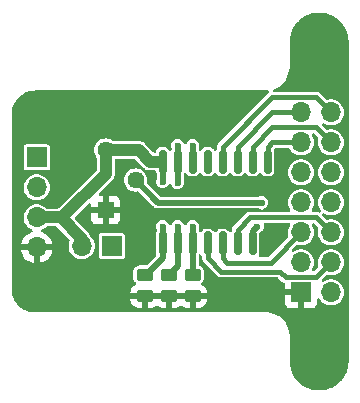
<source format=gbr>
%TF.GenerationSoftware,KiCad,Pcbnew,7.0.9*%
%TF.CreationDate,2024-02-11T18:26:08+01:00*%
%TF.ProjectId,8x2 backpack,38783220-6261-4636-9b70-61636b2e6b69,rev?*%
%TF.SameCoordinates,Original*%
%TF.FileFunction,Copper,L1,Top*%
%TF.FilePolarity,Positive*%
%FSLAX46Y46*%
G04 Gerber Fmt 4.6, Leading zero omitted, Abs format (unit mm)*
G04 Created by KiCad (PCBNEW 7.0.9) date 2024-02-11 18:26:08*
%MOMM*%
%LPD*%
G01*
G04 APERTURE LIST*
G04 Aperture macros list*
%AMRoundRect*
0 Rectangle with rounded corners*
0 $1 Rounding radius*
0 $2 $3 $4 $5 $6 $7 $8 $9 X,Y pos of 4 corners*
0 Add a 4 corners polygon primitive as box body*
4,1,4,$2,$3,$4,$5,$6,$7,$8,$9,$2,$3,0*
0 Add four circle primitives for the rounded corners*
1,1,$1+$1,$2,$3*
1,1,$1+$1,$4,$5*
1,1,$1+$1,$6,$7*
1,1,$1+$1,$8,$9*
0 Add four rect primitives between the rounded corners*
20,1,$1+$1,$2,$3,$4,$5,0*
20,1,$1+$1,$4,$5,$6,$7,0*
20,1,$1+$1,$6,$7,$8,$9,0*
20,1,$1+$1,$8,$9,$2,$3,0*%
G04 Aperture macros list end*
%TA.AperFunction,ComponentPad*%
%ADD10O,4.500000X4.500000*%
%TD*%
%TA.AperFunction,SMDPad,CuDef*%
%ADD11RoundRect,0.150000X0.150000X-0.837500X0.150000X0.837500X-0.150000X0.837500X-0.150000X-0.837500X0*%
%TD*%
%TA.AperFunction,ComponentPad*%
%ADD12R,1.700000X1.700000*%
%TD*%
%TA.AperFunction,ComponentPad*%
%ADD13O,1.700000X1.700000*%
%TD*%
%TA.AperFunction,SMDPad,CuDef*%
%ADD14RoundRect,0.250000X0.450000X-0.262500X0.450000X0.262500X-0.450000X0.262500X-0.450000X-0.262500X0*%
%TD*%
%TA.AperFunction,ComponentPad*%
%ADD15R,1.440000X1.440000*%
%TD*%
%TA.AperFunction,ComponentPad*%
%ADD16C,1.440000*%
%TD*%
%TA.AperFunction,ViaPad*%
%ADD17C,0.600000*%
%TD*%
%TA.AperFunction,Conductor*%
%ADD18C,0.500000*%
%TD*%
%TA.AperFunction,Conductor*%
%ADD19C,1.000000*%
%TD*%
%TA.AperFunction,Conductor*%
%ADD20C,0.440000*%
%TD*%
%TA.AperFunction,Conductor*%
%ADD21C,0.350000*%
%TD*%
G04 APERTURE END LIST*
D10*
%TO.P,,2,Pin_2*%
%TO.N,GND*%
X60960000Y-57440000D03*
%TD*%
D11*
%TO.P,U1,16,VDD*%
%TO.N,+5V*%
X47752000Y-40597500D03*
%TO.P,U1,15,SDA*%
%TO.N,SDA*%
X49022000Y-40597500D03*
%TO.P,U1,14,SCL*%
%TO.N,SCL*%
X50292000Y-40597500D03*
%TO.P,U1,13,~{INT}*%
%TO.N,unconnected-(U1-~{INT}-Pad13)*%
X51562000Y-40597500D03*
%TO.P,U1,12,P7*%
%TO.N,LCD_14(D7)*%
X52832000Y-40597500D03*
%TO.P,U1,11,P6*%
%TO.N,LCD_13(DB6)*%
X54102000Y-40597500D03*
%TO.P,U1,10,P5*%
%TO.N,LCD_12(DB5)*%
X55372000Y-40597500D03*
%TO.P,U1,9,P4*%
%TO.N,LCD_11(DB4)*%
X56642000Y-40597500D03*
%TO.P,U1,8,VSS*%
%TO.N,GND*%
X56642000Y-47522500D03*
%TO.P,U1,7,P3*%
%TO.N,Net-(Q1-B)*%
X55372000Y-47522500D03*
%TO.P,U1,6,P2*%
%TO.N,LCD_6(CS)*%
X54102000Y-47522500D03*
%TO.P,U1,5,P1*%
%TO.N,LCD_5(RW)*%
X52832000Y-47522500D03*
%TO.P,U1,4,P0*%
%TO.N,LCD_4(RS)*%
X51562000Y-47522500D03*
%TO.P,U1,3,A2*%
%TO.N,Net-(U1-A2)*%
X50292000Y-47522500D03*
%TO.P,U1,2,A1*%
%TO.N,Net-(U1-A1)*%
X49022000Y-47522500D03*
%TO.P,U1,1,A0*%
%TO.N,Net-(U1-A0)*%
X47752000Y-47522500D03*
%TD*%
D12*
%TO.P,J3,1,Pin_1*%
%TO.N,Net-(J3-Pin_1)*%
X43434000Y-47752000D03*
D13*
%TO.P,J3,2,Pin_2*%
%TO.N,+5V*%
X40894000Y-47752000D03*
%TD*%
D14*
%TO.P,A0,1*%
%TO.N,GND*%
X46228000Y-51990000D03*
%TO.P,A0,2*%
%TO.N,Net-(U1-A0)*%
X46228000Y-50165000D03*
%TD*%
D15*
%TO.P,RV1,1,1*%
%TO.N,GND*%
X42926000Y-44704000D03*
D16*
%TO.P,RV1,2,2*%
%TO.N,LCD_3(VO)*%
X45466000Y-42164000D03*
%TO.P,RV1,3,3*%
%TO.N,+5V*%
X42926000Y-39624000D03*
%TD*%
D14*
%TO.P,A2,1*%
%TO.N,GND*%
X50292000Y-51990000D03*
%TO.P,A2,2*%
%TO.N,Net-(U1-A2)*%
X50292000Y-50165000D03*
%TD*%
D12*
%TO.P,J2,1,Pin_1*%
%TO.N,SCL*%
X37084000Y-40250000D03*
D13*
%TO.P,J2,2,Pin_2*%
%TO.N,SDA*%
X37084000Y-42790000D03*
%TO.P,J2,3,Pin_3*%
%TO.N,+5V*%
X37084000Y-45330000D03*
%TO.P,J2,4,Pin_4*%
%TO.N,GND*%
X37084000Y-47870000D03*
%TD*%
D14*
%TO.P,A1,1*%
%TO.N,GND*%
X48260000Y-51990000D03*
%TO.P,A1,2*%
%TO.N,Net-(U1-A1)*%
X48260000Y-50165000D03*
%TD*%
D10*
%TO.P,,2,Pin_2*%
%TO.N,GND*%
X61000000Y-30480000D03*
%TD*%
D12*
%TO.P,J1,1,Pin_1*%
%TO.N,GND*%
X59460000Y-51680000D03*
D13*
%TO.P,J1,2,Pin_2*%
%TO.N,+5V*%
X62000000Y-51680000D03*
%TO.P,J1,3,Pin_3*%
%TO.N,LCD_3(VO)*%
X59460000Y-49140000D03*
%TO.P,J1,4,Pin_4*%
%TO.N,LCD_4(RS)*%
X62000000Y-49140000D03*
%TO.P,J1,5,Pin_5*%
%TO.N,LCD_5(RW)*%
X59460000Y-46600000D03*
%TO.P,J1,6,Pin_6*%
%TO.N,LCD_6(CS)*%
X62000000Y-46600000D03*
%TO.P,J1,7,Pin_7*%
%TO.N,unconnected-(J1-Pin_7-Pad7)*%
X59460000Y-44060000D03*
%TO.P,J1,8,Pin_8*%
%TO.N,unconnected-(J1-Pin_8-Pad8)*%
X62000000Y-44060000D03*
%TO.P,J1,9,Pin_9*%
%TO.N,unconnected-(J1-Pin_9-Pad9)*%
X59460000Y-41520000D03*
%TO.P,J1,10,Pin_10*%
%TO.N,unconnected-(J1-Pin_10-Pad10)*%
X62000000Y-41520000D03*
%TO.P,J1,11,Pin_11*%
%TO.N,LCD_11(DB4)*%
X59460000Y-38980000D03*
%TO.P,J1,12,Pin_12*%
%TO.N,LCD_12(DB5)*%
X62000000Y-38980000D03*
%TO.P,J1,13,Pin_13*%
%TO.N,LCD_13(DB6)*%
X59460000Y-36440000D03*
%TO.P,J1,14,Pin_14*%
%TO.N,LCD_14(D7)*%
X62000000Y-36440000D03*
%TD*%
D17*
%TO.N,GND*%
X62992000Y-54356000D03*
X45212000Y-44958000D03*
X45395387Y-49256737D03*
X59436000Y-33782000D03*
X41402000Y-36576000D03*
X41148000Y-52578000D03*
X56388000Y-42672000D03*
X56642000Y-46101000D03*
X54102000Y-35560000D03*
%TO.N,+5V*%
X47752000Y-42291000D03*
%TO.N,LCD_3(VO)*%
X56134000Y-44069000D03*
%TO.N,SCL*%
X50292000Y-39243000D03*
%TO.N,SDA*%
X49022000Y-42396462D03*
X49022000Y-39243000D03*
%TO.N,Net-(Q1-B)*%
X55753000Y-46101000D03*
%TO.N,Net-(U1-A0)*%
X47752000Y-46101000D03*
%TO.N,Net-(U1-A1)*%
X49022000Y-46101000D03*
%TO.N,Net-(U1-A2)*%
X50292000Y-46101000D03*
%TD*%
D18*
%TO.N,Net-(Q1-B)*%
X55753000Y-46101000D02*
X55372000Y-46482000D01*
X55372000Y-46482000D02*
X55372000Y-47522500D01*
%TO.N,SDA*%
X49022000Y-42396462D02*
X49022000Y-40597500D01*
%TO.N,+5V*%
X47752000Y-42291000D02*
X47752000Y-40597500D01*
%TO.N,GND*%
X56642000Y-47522500D02*
X56642000Y-46101000D01*
D19*
%TO.N,+5V*%
X39252000Y-45330000D02*
X38472000Y-45330000D01*
X37084000Y-45330000D02*
X38472000Y-45330000D01*
X46693500Y-40597500D02*
X45720000Y-39624000D01*
X38472000Y-45330000D02*
X39107000Y-45330000D01*
X39107000Y-45330000D02*
X40894000Y-47117000D01*
X42926000Y-39624000D02*
X42926000Y-41656000D01*
X47498000Y-40597500D02*
X46693500Y-40597500D01*
X42926000Y-41656000D02*
X39252000Y-45330000D01*
X40894000Y-47117000D02*
X40894000Y-47752000D01*
X45720000Y-39624000D02*
X42926000Y-39624000D01*
D18*
%TO.N,LCD_3(VO)*%
X56134000Y-44069000D02*
X47371000Y-44069000D01*
X47371000Y-44069000D02*
X45466000Y-42164000D01*
D20*
%TO.N,LCD_4(RS)*%
X60730000Y-50410000D02*
X62000000Y-49140000D01*
X51562000Y-48768000D02*
X52705000Y-49911000D01*
X57658000Y-49911000D02*
X58157000Y-50410000D01*
X58157000Y-50410000D02*
X60730000Y-50410000D01*
X51562000Y-47522500D02*
X51562000Y-48768000D01*
X52705000Y-49911000D02*
X57658000Y-49911000D01*
%TO.N,LCD_5(RW)*%
X53213000Y-49149000D02*
X56911000Y-49149000D01*
D21*
X58952000Y-46600000D02*
X59460000Y-46600000D01*
D20*
X56911000Y-49149000D02*
X59460000Y-46600000D01*
X52832000Y-47522500D02*
X52832000Y-48768000D01*
X52832000Y-48768000D02*
X53213000Y-49149000D01*
%TO.N,LCD_6(CS)*%
X55127000Y-45330000D02*
X60730000Y-45330000D01*
X54102000Y-46355000D02*
X55127000Y-45330000D01*
X60730000Y-45330000D02*
X62000000Y-46600000D01*
X54102000Y-47522500D02*
X54102000Y-46355000D01*
%TO.N,LCD_11(DB4)*%
X57032000Y-38980000D02*
X59460000Y-38980000D01*
X56642000Y-39370000D02*
X57032000Y-38980000D01*
X56642000Y-40597500D02*
X56642000Y-39370000D01*
%TO.N,LCD_12(DB5)*%
X57032000Y-37710000D02*
X60730000Y-37710000D01*
X55372000Y-39370000D02*
X57032000Y-37710000D01*
D21*
X62000000Y-38726000D02*
X62000000Y-38980000D01*
D20*
X60730000Y-37710000D02*
X62000000Y-38980000D01*
X55372000Y-40597500D02*
X55372000Y-39370000D01*
%TO.N,LCD_13(DB6)*%
X54102000Y-39370000D02*
X57032000Y-36440000D01*
X57032000Y-36440000D02*
X59460000Y-36440000D01*
X54102000Y-40597500D02*
X54102000Y-39370000D01*
%TO.N,LCD_14(D7)*%
X52832000Y-39363000D02*
X52832000Y-40597500D01*
X57025000Y-35170000D02*
X52832000Y-39363000D01*
X60730000Y-35170000D02*
X57025000Y-35170000D01*
X62000000Y-36440000D02*
X60730000Y-35170000D01*
D18*
%TO.N,SCL*%
X50292000Y-40597500D02*
X50292000Y-39243000D01*
%TO.N,SDA*%
X49022000Y-40597500D02*
X49022000Y-39243000D01*
%TO.N,Net-(U1-A0)*%
X47752000Y-47522500D02*
X47752000Y-46101000D01*
X47752000Y-47522500D02*
X47752000Y-48768000D01*
X46355000Y-50165000D02*
X46228000Y-50165000D01*
X47752000Y-48768000D02*
X46355000Y-50165000D01*
%TO.N,Net-(U1-A1)*%
X49022000Y-47522500D02*
X49022000Y-49403000D01*
X49022000Y-49403000D02*
X48260000Y-50165000D01*
X49022000Y-47522500D02*
X49022000Y-46101000D01*
%TO.N,Net-(U1-A2)*%
X50292000Y-47522500D02*
X50292000Y-46101000D01*
X50292000Y-47522500D02*
X50292000Y-50165000D01*
%TD*%
%TA.AperFunction,Conductor*%
%TO.N,GND*%
G36*
X58494692Y-45824185D02*
G01*
X58540447Y-45876989D01*
X58550391Y-45946147D01*
X58526606Y-46003228D01*
X58516912Y-46016063D01*
X58425673Y-46199295D01*
X58369654Y-46396183D01*
X58350768Y-46599999D01*
X58350768Y-46600000D01*
X58369654Y-46803818D01*
X58397442Y-46901484D01*
X58396854Y-46971351D01*
X58365856Y-47023098D01*
X56750775Y-48638181D01*
X56689452Y-48671666D01*
X56663094Y-48674500D01*
X56018085Y-48674500D01*
X55951046Y-48654815D01*
X55905291Y-48602011D01*
X55895347Y-48532853D01*
X55907600Y-48494206D01*
X55911498Y-48486555D01*
X55911499Y-48486552D01*
X55926500Y-48391839D01*
X55926500Y-46712174D01*
X55946185Y-46645135D01*
X55998989Y-46599380D01*
X56003017Y-46597626D01*
X56032643Y-46585355D01*
X56148474Y-46496474D01*
X56237355Y-46380643D01*
X56293228Y-46245754D01*
X56312285Y-46101000D01*
X56310430Y-46086912D01*
X56299413Y-46003228D01*
X56293228Y-45956246D01*
X56293227Y-45956245D01*
X56292167Y-45948188D01*
X56294697Y-45947854D01*
X56296051Y-45890755D01*
X56335208Y-45832889D01*
X56399434Y-45805378D01*
X56414167Y-45804500D01*
X58427653Y-45804500D01*
X58494692Y-45824185D01*
G37*
%TD.AperFunction*%
%TA.AperFunction,Conductor*%
G36*
X61098959Y-27986485D02*
G01*
X61306399Y-28000082D01*
X61313502Y-28000963D01*
X61449227Y-28025836D01*
X61615664Y-28058942D01*
X61621961Y-28060544D01*
X61752376Y-28101183D01*
X61761157Y-28103920D01*
X61780920Y-28110628D01*
X61915039Y-28156155D01*
X61920539Y-28158321D01*
X62056505Y-28219514D01*
X62199853Y-28290206D01*
X62204493Y-28292747D01*
X62332387Y-28370062D01*
X62334758Y-28371570D01*
X62465590Y-28458990D01*
X62469382Y-28461736D01*
X62587552Y-28554316D01*
X62590196Y-28556508D01*
X62708075Y-28659885D01*
X62711037Y-28662659D01*
X62817339Y-28768961D01*
X62820113Y-28771923D01*
X62923490Y-28889802D01*
X62925682Y-28892446D01*
X63018262Y-29010616D01*
X63021008Y-29014408D01*
X63108428Y-29145240D01*
X63109936Y-29147611D01*
X63187251Y-29275505D01*
X63189799Y-29280160D01*
X63260491Y-29423507D01*
X63321675Y-29559454D01*
X63323848Y-29564973D01*
X63376079Y-29718842D01*
X63419446Y-29858008D01*
X63421063Y-29864362D01*
X63454167Y-30030791D01*
X63479033Y-30166486D01*
X63479917Y-30173612D01*
X63493517Y-30381100D01*
X63499387Y-30478134D01*
X63499500Y-30481879D01*
X63499500Y-57478120D01*
X63499387Y-57481865D01*
X63493517Y-57578899D01*
X63479917Y-57786386D01*
X63479033Y-57793512D01*
X63454167Y-57929208D01*
X63421063Y-58095636D01*
X63419446Y-58101990D01*
X63376079Y-58241157D01*
X63323848Y-58395025D01*
X63321675Y-58400544D01*
X63260491Y-58536492D01*
X63189799Y-58679838D01*
X63187251Y-58684493D01*
X63109936Y-58812387D01*
X63108428Y-58814758D01*
X63021008Y-58945590D01*
X63018262Y-58949382D01*
X62925682Y-59067552D01*
X62923490Y-59070196D01*
X62820113Y-59188075D01*
X62817339Y-59191037D01*
X62711037Y-59297339D01*
X62708075Y-59300113D01*
X62590196Y-59403490D01*
X62587552Y-59405682D01*
X62469382Y-59498262D01*
X62465590Y-59501008D01*
X62334758Y-59588428D01*
X62332387Y-59589936D01*
X62204493Y-59667251D01*
X62199838Y-59669799D01*
X62056492Y-59740491D01*
X61920544Y-59801675D01*
X61915025Y-59803848D01*
X61761157Y-59856079D01*
X61621990Y-59899446D01*
X61615636Y-59901063D01*
X61449208Y-59934167D01*
X61313512Y-59959033D01*
X61306386Y-59959917D01*
X61098899Y-59973517D01*
X61003746Y-59979273D01*
X60996252Y-59979273D01*
X60901100Y-59973517D01*
X60693612Y-59959917D01*
X60686486Y-59959033D01*
X60550791Y-59934167D01*
X60485021Y-59921084D01*
X60384357Y-59901061D01*
X60378012Y-59899447D01*
X60344988Y-59889156D01*
X60238842Y-59856079D01*
X60084973Y-59803848D01*
X60079454Y-59801675D01*
X59943507Y-59740491D01*
X59800160Y-59669799D01*
X59795505Y-59667251D01*
X59667611Y-59589936D01*
X59665240Y-59588428D01*
X59534408Y-59501008D01*
X59530616Y-59498262D01*
X59412446Y-59405682D01*
X59409802Y-59403490D01*
X59291923Y-59300113D01*
X59288961Y-59297339D01*
X59182659Y-59191037D01*
X59179885Y-59188075D01*
X59076508Y-59070196D01*
X59074316Y-59067552D01*
X58981736Y-58949382D01*
X58978990Y-58945590D01*
X58891570Y-58814758D01*
X58890062Y-58812387D01*
X58812747Y-58684493D01*
X58810206Y-58679853D01*
X58739508Y-58536492D01*
X58678321Y-58400539D01*
X58676155Y-58395039D01*
X58623920Y-58241157D01*
X58616512Y-58217385D01*
X58580544Y-58101961D01*
X58578942Y-58095664D01*
X58545836Y-57929227D01*
X58520963Y-57793502D01*
X58520082Y-57786399D01*
X58506479Y-57578851D01*
X58500613Y-57481866D01*
X58500557Y-57480004D01*
X59294732Y-57480004D01*
X59313777Y-57734154D01*
X59370103Y-57980936D01*
X59370492Y-57982637D01*
X59429997Y-58134253D01*
X59463608Y-58219890D01*
X59490536Y-58266531D01*
X59591041Y-58440612D01*
X59749950Y-58639877D01*
X59936783Y-58813232D01*
X60147366Y-58956805D01*
X60147371Y-58956807D01*
X60147372Y-58956808D01*
X60147373Y-58956809D01*
X60306706Y-59033539D01*
X60376996Y-59067389D01*
X60418417Y-59080165D01*
X60421075Y-59081052D01*
X60424517Y-59082288D01*
X60424526Y-59082292D01*
X60431707Y-59084265D01*
X60620542Y-59142513D01*
X60620547Y-59142513D01*
X60620548Y-59142514D01*
X60668109Y-59149683D01*
X60675301Y-59151207D01*
X60675573Y-59151281D01*
X60675859Y-59151360D01*
X60675864Y-59151360D01*
X60675866Y-59151361D01*
X60678836Y-59151703D01*
X60690287Y-59153025D01*
X60872565Y-59180500D01*
X60872571Y-59180500D01*
X60924704Y-59180500D01*
X60931819Y-59180909D01*
X60934789Y-59181252D01*
X60934789Y-59181251D01*
X60934790Y-59181252D01*
X60954410Y-59180500D01*
X61127431Y-59180500D01*
X61127435Y-59180500D01*
X61183035Y-59172119D01*
X61189885Y-59171474D01*
X61195249Y-59171269D01*
X61218152Y-59166826D01*
X61379458Y-59142513D01*
X61437169Y-59124711D01*
X61443563Y-59123110D01*
X61451131Y-59121643D01*
X61451138Y-59121640D01*
X61451140Y-59121640D01*
X61455392Y-59120112D01*
X61474264Y-59113334D01*
X61476855Y-59112469D01*
X61623004Y-59067389D01*
X61681179Y-59039373D01*
X61687082Y-59036899D01*
X61696440Y-59033539D01*
X61719499Y-59020999D01*
X61722117Y-59019658D01*
X61852634Y-58956805D01*
X61909499Y-58918034D01*
X61914783Y-58914807D01*
X61925425Y-58909021D01*
X61947100Y-58892498D01*
X61949633Y-58890671D01*
X62063217Y-58813232D01*
X62116870Y-58763449D01*
X62121418Y-58759621D01*
X62132718Y-58751008D01*
X62151896Y-58731080D01*
X62154304Y-58728715D01*
X62250050Y-58639877D01*
X62298445Y-58579191D01*
X62302229Y-58574874D01*
X62313461Y-58563204D01*
X62329335Y-58540634D01*
X62331555Y-58537672D01*
X62408959Y-58440612D01*
X62410836Y-58437362D01*
X62435278Y-58395025D01*
X62450035Y-58369464D01*
X62453006Y-58364813D01*
X62463419Y-58350010D01*
X62475512Y-58325584D01*
X62477336Y-58322177D01*
X62536393Y-58219888D01*
X62568103Y-58139092D01*
X62570246Y-58134253D01*
X62579074Y-58116424D01*
X62587088Y-58091100D01*
X62588458Y-58087227D01*
X62629508Y-57982637D01*
X62649887Y-57893346D01*
X62651208Y-57888488D01*
X62657718Y-57867921D01*
X62661628Y-57842604D01*
X62662445Y-57838328D01*
X62686222Y-57734157D01*
X62693436Y-57637889D01*
X62693977Y-57633170D01*
X62697506Y-57610325D01*
X62698161Y-57576090D01*
X62698318Y-57572734D01*
X62705268Y-57480000D01*
X62698318Y-57387269D01*
X62698161Y-57383906D01*
X62697506Y-57349675D01*
X62693978Y-57326838D01*
X62693435Y-57322102D01*
X62686222Y-57225843D01*
X62662445Y-57121671D01*
X62661628Y-57117395D01*
X62657718Y-57092079D01*
X62651204Y-57071497D01*
X62649889Y-57066661D01*
X62629508Y-56977363D01*
X62588460Y-56872776D01*
X62587087Y-56868896D01*
X62579074Y-56843576D01*
X62570235Y-56825725D01*
X62568107Y-56820918D01*
X62536393Y-56740112D01*
X62477353Y-56637851D01*
X62475498Y-56634386D01*
X62463419Y-56609990D01*
X62453001Y-56595179D01*
X62450036Y-56590536D01*
X62408959Y-56519388D01*
X62331560Y-56422333D01*
X62329335Y-56419365D01*
X62313461Y-56396796D01*
X62302239Y-56385135D01*
X62298438Y-56380799D01*
X62250051Y-56320124D01*
X62154359Y-56231334D01*
X62151857Y-56228878D01*
X62132720Y-56208994D01*
X62132717Y-56208991D01*
X62121441Y-56200396D01*
X62116853Y-56196535D01*
X62063217Y-56146767D01*
X61949681Y-56069360D01*
X61947021Y-56067441D01*
X61925425Y-56050979D01*
X61925421Y-56050976D01*
X61925420Y-56050976D01*
X61914795Y-56045198D01*
X61909487Y-56041956D01*
X61852634Y-56003195D01*
X61852631Y-56003193D01*
X61722172Y-55940368D01*
X61719454Y-55938975D01*
X61696435Y-55926458D01*
X61687094Y-55923103D01*
X61681152Y-55920613D01*
X61623006Y-55892612D01*
X61623004Y-55892611D01*
X61581595Y-55879838D01*
X61476894Y-55847541D01*
X61474212Y-55846646D01*
X61451131Y-55838357D01*
X61443594Y-55836895D01*
X61437123Y-55835274D01*
X61379462Y-55817488D01*
X61379460Y-55817487D01*
X61379458Y-55817487D01*
X61268893Y-55800821D01*
X61218169Y-55793176D01*
X61209110Y-55791419D01*
X61195249Y-55788731D01*
X61195247Y-55788730D01*
X61195242Y-55788730D01*
X61189881Y-55788524D01*
X61183015Y-55787877D01*
X61127442Y-55779500D01*
X61127435Y-55779500D01*
X60954410Y-55779500D01*
X60934789Y-55778747D01*
X60931819Y-55779091D01*
X60924704Y-55779500D01*
X60872559Y-55779500D01*
X60690289Y-55806974D01*
X60675857Y-55808640D01*
X60675837Y-55808644D01*
X60675274Y-55808799D01*
X60668115Y-55810315D01*
X60620541Y-55817486D01*
X60431718Y-55875731D01*
X60424520Y-55877709D01*
X60421060Y-55878951D01*
X60418400Y-55879838D01*
X60376997Y-55892610D01*
X60147370Y-56003192D01*
X59936782Y-56146768D01*
X59749952Y-56320121D01*
X59749950Y-56320123D01*
X59591041Y-56519388D01*
X59463608Y-56740109D01*
X59370492Y-56977362D01*
X59370490Y-56977369D01*
X59313777Y-57225845D01*
X59294732Y-57479995D01*
X59294732Y-57480004D01*
X58500557Y-57480004D01*
X58500500Y-57478122D01*
X58500500Y-55244886D01*
X58500499Y-55244872D01*
X58483402Y-55115013D01*
X58466270Y-54984884D01*
X58398398Y-54731581D01*
X58348379Y-54610824D01*
X58298046Y-54489309D01*
X58298041Y-54489299D01*
X58166924Y-54262196D01*
X58007281Y-54054148D01*
X58007274Y-54054140D01*
X57821860Y-53868726D01*
X57821851Y-53868718D01*
X57613803Y-53709075D01*
X57386700Y-53577958D01*
X57386690Y-53577953D01*
X57144428Y-53477605D01*
X57144421Y-53477603D01*
X57144419Y-53477602D01*
X56891116Y-53409730D01*
X56833339Y-53402123D01*
X56631127Y-53375500D01*
X56631120Y-53375500D01*
X56500099Y-53375500D01*
X36959024Y-53375500D01*
X36954974Y-53375367D01*
X36916954Y-53372875D01*
X36873350Y-53370017D01*
X36691560Y-53357015D01*
X36683880Y-53355980D01*
X36567579Y-53332846D01*
X36423352Y-53301472D01*
X36416596Y-53299597D01*
X36384881Y-53288831D01*
X36297578Y-53259196D01*
X36262768Y-53246212D01*
X36165257Y-53209841D01*
X36159499Y-53207355D01*
X36044047Y-53150421D01*
X35922091Y-53083828D01*
X35917357Y-53080962D01*
X35810349Y-53009461D01*
X35807639Y-53007543D01*
X35761962Y-52973350D01*
X35698353Y-52925732D01*
X35694648Y-52922729D01*
X35597492Y-52837526D01*
X35594549Y-52834769D01*
X35498228Y-52738448D01*
X35495469Y-52735502D01*
X35410265Y-52638345D01*
X35407271Y-52634652D01*
X35325454Y-52525358D01*
X35323537Y-52522649D01*
X35259818Y-52427287D01*
X35252032Y-52415634D01*
X35249170Y-52410906D01*
X35182578Y-52288952D01*
X35158438Y-52240000D01*
X45028001Y-52240000D01*
X45028001Y-52302486D01*
X45038494Y-52405197D01*
X45093641Y-52571619D01*
X45093643Y-52571624D01*
X45185684Y-52720845D01*
X45309654Y-52844815D01*
X45458875Y-52936856D01*
X45458880Y-52936858D01*
X45625302Y-52992005D01*
X45625309Y-52992006D01*
X45728019Y-53002499D01*
X45977999Y-53002499D01*
X45978000Y-53002498D01*
X45978000Y-52240000D01*
X46478000Y-52240000D01*
X46478000Y-53002499D01*
X46727972Y-53002499D01*
X46727986Y-53002498D01*
X46830697Y-52992005D01*
X46997119Y-52936858D01*
X46997124Y-52936856D01*
X47146345Y-52844815D01*
X47156319Y-52834842D01*
X47217642Y-52801357D01*
X47287334Y-52806341D01*
X47331681Y-52834842D01*
X47341654Y-52844815D01*
X47490875Y-52936856D01*
X47490880Y-52936858D01*
X47657302Y-52992005D01*
X47657309Y-52992006D01*
X47760019Y-53002499D01*
X48009999Y-53002499D01*
X48010000Y-53002498D01*
X48010000Y-52240000D01*
X48510000Y-52240000D01*
X48510000Y-53002499D01*
X48759972Y-53002499D01*
X48759986Y-53002498D01*
X48862697Y-52992005D01*
X49029119Y-52936858D01*
X49029124Y-52936856D01*
X49178345Y-52844815D01*
X49188319Y-52834842D01*
X49249642Y-52801357D01*
X49319334Y-52806341D01*
X49363681Y-52834842D01*
X49373654Y-52844815D01*
X49522875Y-52936856D01*
X49522880Y-52936858D01*
X49689302Y-52992005D01*
X49689309Y-52992006D01*
X49792019Y-53002499D01*
X50041999Y-53002499D01*
X50042000Y-53002498D01*
X50042000Y-52240000D01*
X50542000Y-52240000D01*
X50542000Y-53002499D01*
X50791972Y-53002499D01*
X50791986Y-53002498D01*
X50894697Y-52992005D01*
X51061119Y-52936858D01*
X51061124Y-52936856D01*
X51210345Y-52844815D01*
X51334315Y-52720845D01*
X51426356Y-52571624D01*
X51426358Y-52571619D01*
X51481505Y-52405197D01*
X51481506Y-52405190D01*
X51491999Y-52302486D01*
X51492000Y-52302473D01*
X51492000Y-52240000D01*
X50542000Y-52240000D01*
X50042000Y-52240000D01*
X48510000Y-52240000D01*
X48010000Y-52240000D01*
X46478000Y-52240000D01*
X45978000Y-52240000D01*
X45028001Y-52240000D01*
X35158438Y-52240000D01*
X35125643Y-52173499D01*
X35123157Y-52167741D01*
X35090693Y-52080704D01*
X35073809Y-52035437D01*
X35033395Y-51916383D01*
X35031531Y-51909666D01*
X35000153Y-51765420D01*
X34995096Y-51740000D01*
X34977015Y-51649100D01*
X34975985Y-51641459D01*
X34962986Y-51459708D01*
X34959622Y-51408375D01*
X34957633Y-51378019D01*
X34957500Y-51373964D01*
X34957500Y-42790000D01*
X35974768Y-42790000D01*
X35993654Y-42993816D01*
X35993654Y-42993818D01*
X35993655Y-42993821D01*
X36034722Y-43138156D01*
X36049673Y-43190704D01*
X36140912Y-43373935D01*
X36264269Y-43537287D01*
X36415537Y-43675185D01*
X36415539Y-43675187D01*
X36589569Y-43782942D01*
X36589575Y-43782945D01*
X36606129Y-43789358D01*
X36780444Y-43856888D01*
X36981653Y-43894500D01*
X36981656Y-43894500D01*
X37186344Y-43894500D01*
X37186347Y-43894500D01*
X37387556Y-43856888D01*
X37578427Y-43782944D01*
X37752462Y-43675186D01*
X37903732Y-43537285D01*
X38027088Y-43373935D01*
X38118328Y-43190701D01*
X38174345Y-42993821D01*
X38193232Y-42790000D01*
X38174345Y-42586179D01*
X38118328Y-42389299D01*
X38027088Y-42206065D01*
X37949963Y-42103935D01*
X37903730Y-42042712D01*
X37752462Y-41904814D01*
X37752460Y-41904812D01*
X37578430Y-41797057D01*
X37578424Y-41797054D01*
X37403800Y-41729405D01*
X37387556Y-41723112D01*
X37186347Y-41685500D01*
X36981653Y-41685500D01*
X36780444Y-41723112D01*
X36780441Y-41723112D01*
X36780441Y-41723113D01*
X36589575Y-41797054D01*
X36589569Y-41797057D01*
X36415539Y-41904812D01*
X36415537Y-41904814D01*
X36264269Y-42042712D01*
X36140912Y-42206064D01*
X36049673Y-42389295D01*
X35993654Y-42586183D01*
X35974768Y-42789999D01*
X35974768Y-42790000D01*
X34957500Y-42790000D01*
X34957500Y-41125063D01*
X35979500Y-41125063D01*
X35994266Y-41199301D01*
X36050515Y-41283484D01*
X36084234Y-41306014D01*
X36134699Y-41339734D01*
X36134702Y-41339734D01*
X36134703Y-41339735D01*
X36153511Y-41343476D01*
X36208933Y-41354500D01*
X37959066Y-41354499D01*
X38033301Y-41339734D01*
X38117484Y-41283484D01*
X38173734Y-41199301D01*
X38188500Y-41125067D01*
X38188499Y-39374934D01*
X38173734Y-39300699D01*
X38141179Y-39251977D01*
X38117484Y-39216515D01*
X38061673Y-39179224D01*
X38033301Y-39160266D01*
X38033299Y-39160265D01*
X38033296Y-39160264D01*
X37959069Y-39145500D01*
X36208936Y-39145500D01*
X36134698Y-39160266D01*
X36050515Y-39216515D01*
X35994266Y-39300699D01*
X35994264Y-39300703D01*
X35979500Y-39374928D01*
X35979500Y-41125063D01*
X34957500Y-41125063D01*
X34957500Y-36582035D01*
X34957633Y-36577980D01*
X34959393Y-36551103D01*
X34962989Y-36496244D01*
X34975986Y-36314536D01*
X34977014Y-36306903D01*
X35000153Y-36190579D01*
X35001118Y-36186141D01*
X35031533Y-36046323D01*
X35033392Y-36039625D01*
X35073815Y-35920543D01*
X35123159Y-35788251D01*
X35125633Y-35782520D01*
X35182583Y-35667036D01*
X35249179Y-35545076D01*
X35252019Y-35540384D01*
X35323563Y-35433311D01*
X35325428Y-35430676D01*
X35407291Y-35321321D01*
X35410244Y-35317678D01*
X35495503Y-35220459D01*
X35498198Y-35217581D01*
X35594581Y-35121198D01*
X35597459Y-35118503D01*
X35694678Y-35033244D01*
X35698321Y-35030291D01*
X35807676Y-34948428D01*
X35810311Y-34946563D01*
X35917384Y-34875019D01*
X35922076Y-34872179D01*
X36044036Y-34805583D01*
X36159520Y-34748633D01*
X36165251Y-34746159D01*
X36297543Y-34696815D01*
X36416625Y-34656392D01*
X36423323Y-34654533D01*
X36567579Y-34623153D01*
X36573728Y-34621929D01*
X36683903Y-34600014D01*
X36691536Y-34598986D01*
X36873244Y-34585989D01*
X36926211Y-34582517D01*
X36954981Y-34580633D01*
X36959036Y-34580500D01*
X56631113Y-34580500D01*
X56631120Y-34580500D01*
X56633701Y-34580160D01*
X56634470Y-34580279D01*
X56635172Y-34580234D01*
X56635182Y-34580390D01*
X56702737Y-34590918D01*
X56754998Y-34637292D01*
X56773890Y-34704559D01*
X56753417Y-34771362D01*
X56731074Y-34796834D01*
X56728730Y-34798864D01*
X56725301Y-34801627D01*
X56713476Y-34810479D01*
X56713472Y-34810482D01*
X56703008Y-34820945D01*
X56699772Y-34823958D01*
X56662713Y-34856070D01*
X56662707Y-34856077D01*
X56660613Y-34859336D01*
X56643984Y-34879969D01*
X52541973Y-38981981D01*
X52521339Y-38998611D01*
X52518074Y-39000709D01*
X52499317Y-39022354D01*
X52485950Y-39037781D01*
X52482946Y-39041008D01*
X52472480Y-39051475D01*
X52463617Y-39063313D01*
X52460844Y-39066753D01*
X52428722Y-39103825D01*
X52427106Y-39107364D01*
X52413589Y-39130144D01*
X52411262Y-39133252D01*
X52411259Y-39133257D01*
X52394114Y-39179224D01*
X52392420Y-39183312D01*
X52372038Y-39227943D01*
X52372037Y-39227946D01*
X52371484Y-39231794D01*
X52364935Y-39257455D01*
X52363576Y-39261098D01*
X52360076Y-39310030D01*
X52359604Y-39314425D01*
X52357501Y-39329056D01*
X52357500Y-39329072D01*
X52357500Y-39343849D01*
X52357342Y-39348273D01*
X52353843Y-39397194D01*
X52353843Y-39397198D01*
X52354666Y-39400980D01*
X52357500Y-39427339D01*
X52357500Y-39476110D01*
X52343985Y-39532404D01*
X52313988Y-39591278D01*
X52307485Y-39604040D01*
X52259510Y-39654836D01*
X52191689Y-39671631D01*
X52125554Y-39649094D01*
X52086516Y-39604041D01*
X52073712Y-39578912D01*
X52043326Y-39519277D01*
X52043323Y-39519274D01*
X52043321Y-39519271D01*
X51952728Y-39428678D01*
X51952725Y-39428676D01*
X51952723Y-39428674D01*
X51838555Y-39370502D01*
X51838554Y-39370501D01*
X51838551Y-39370500D01*
X51838552Y-39370500D01*
X51743839Y-39355500D01*
X51743834Y-39355500D01*
X51380166Y-39355500D01*
X51380161Y-39355500D01*
X51285447Y-39370500D01*
X51225629Y-39400980D01*
X51171277Y-39428674D01*
X51171276Y-39428675D01*
X51171271Y-39428678D01*
X51080678Y-39519271D01*
X51080673Y-39519278D01*
X51037484Y-39604041D01*
X50989510Y-39654836D01*
X50921689Y-39671631D01*
X50855554Y-39649093D01*
X50816513Y-39604036D01*
X50810013Y-39591278D01*
X50796500Y-39534987D01*
X50796500Y-39498673D01*
X50805939Y-39451220D01*
X50813500Y-39432966D01*
X50832228Y-39387754D01*
X50850103Y-39251977D01*
X50851285Y-39243001D01*
X50851285Y-39242998D01*
X50833428Y-39107364D01*
X50832228Y-39098246D01*
X50776355Y-38963358D01*
X50687474Y-38847526D01*
X50571643Y-38758645D01*
X50571640Y-38758644D01*
X50571638Y-38758642D01*
X50436757Y-38702773D01*
X50436752Y-38702771D01*
X50292001Y-38683715D01*
X50291999Y-38683715D01*
X50147247Y-38702771D01*
X50147245Y-38702772D01*
X50012361Y-38758643D01*
X50012358Y-38758644D01*
X50012358Y-38758645D01*
X49896526Y-38847526D01*
X49821865Y-38944827D01*
X49807643Y-38963361D01*
X49771561Y-39050471D01*
X49727720Y-39104874D01*
X49661426Y-39126939D01*
X49593726Y-39109660D01*
X49546116Y-39058522D01*
X49542439Y-39050471D01*
X49506356Y-38963361D01*
X49506355Y-38963358D01*
X49417474Y-38847526D01*
X49301643Y-38758645D01*
X49301640Y-38758644D01*
X49301638Y-38758642D01*
X49166757Y-38702773D01*
X49166752Y-38702771D01*
X49022001Y-38683715D01*
X49021999Y-38683715D01*
X48877247Y-38702771D01*
X48877245Y-38702772D01*
X48742361Y-38758643D01*
X48742358Y-38758644D01*
X48742358Y-38758645D01*
X48626526Y-38847526D01*
X48551865Y-38944827D01*
X48537643Y-38963361D01*
X48481772Y-39098245D01*
X48481771Y-39098247D01*
X48462715Y-39242998D01*
X48462715Y-39243001D01*
X48481771Y-39387752D01*
X48481772Y-39387754D01*
X48498723Y-39428678D01*
X48508061Y-39451220D01*
X48517500Y-39498673D01*
X48517500Y-39534987D01*
X48503983Y-39591285D01*
X48497482Y-39604043D01*
X48449506Y-39654838D01*
X48381685Y-39671631D01*
X48315551Y-39649092D01*
X48276517Y-39604043D01*
X48233326Y-39519277D01*
X48233324Y-39519275D01*
X48233321Y-39519271D01*
X48142728Y-39428678D01*
X48142725Y-39428676D01*
X48142723Y-39428674D01*
X48028555Y-39370502D01*
X48028554Y-39370501D01*
X48028551Y-39370500D01*
X48028552Y-39370500D01*
X47933839Y-39355500D01*
X47933834Y-39355500D01*
X47570166Y-39355500D01*
X47570161Y-39355500D01*
X47475447Y-39370500D01*
X47415629Y-39400980D01*
X47361277Y-39428674D01*
X47361276Y-39428675D01*
X47361271Y-39428678D01*
X47270678Y-39519271D01*
X47270676Y-39519275D01*
X47270674Y-39519277D01*
X47257024Y-39546067D01*
X47212500Y-39633447D01*
X47197501Y-39728152D01*
X47197457Y-39728716D01*
X47197380Y-39728917D01*
X47196737Y-39732978D01*
X47195884Y-39732842D01*
X47172580Y-39794007D01*
X47116353Y-39835484D01*
X47073838Y-39843000D01*
X47057386Y-39843000D01*
X46990347Y-39823315D01*
X46969705Y-39806681D01*
X46298766Y-39135742D01*
X46286984Y-39122109D01*
X46277716Y-39109660D01*
X46272539Y-39102706D01*
X46272537Y-39102704D01*
X46272538Y-39102704D01*
X46244932Y-39079541D01*
X46232285Y-39068928D01*
X46228310Y-39065286D01*
X46222441Y-39059417D01*
X46222440Y-39059416D01*
X46222438Y-39059414D01*
X46196584Y-39038972D01*
X46137427Y-38989333D01*
X46131394Y-38985365D01*
X46131422Y-38985321D01*
X46124961Y-38981204D01*
X46124934Y-38981250D01*
X46118790Y-38977460D01*
X46048808Y-38944827D01*
X45979815Y-38910177D01*
X45973031Y-38907708D01*
X45973049Y-38907658D01*
X45965807Y-38905141D01*
X45965791Y-38905191D01*
X45958938Y-38902920D01*
X45883311Y-38887304D01*
X45808181Y-38869498D01*
X45801014Y-38868661D01*
X45801020Y-38868607D01*
X45793405Y-38867829D01*
X45793401Y-38867883D01*
X45786210Y-38867253D01*
X45709018Y-38869500D01*
X43587121Y-38869500D01*
X43520082Y-38849815D01*
X43508456Y-38841353D01*
X43470024Y-38809812D01*
X43470021Y-38809810D01*
X43300733Y-38719324D01*
X43117033Y-38663599D01*
X42926000Y-38644785D01*
X42734966Y-38663599D01*
X42551266Y-38719324D01*
X42381978Y-38809810D01*
X42381975Y-38809812D01*
X42233589Y-38931589D01*
X42111812Y-39079975D01*
X42111810Y-39079978D01*
X42021324Y-39249266D01*
X41965599Y-39432966D01*
X41946785Y-39624000D01*
X41965599Y-39815033D01*
X42021324Y-39998733D01*
X42111810Y-40168021D01*
X42111812Y-40168024D01*
X42143353Y-40206456D01*
X42170666Y-40270766D01*
X42171500Y-40285121D01*
X42171500Y-41292114D01*
X42151815Y-41359153D01*
X42135181Y-41379795D01*
X38975795Y-44539181D01*
X38914472Y-44572666D01*
X38888114Y-44575500D01*
X37943856Y-44575500D01*
X37876817Y-44555815D01*
X37860318Y-44543137D01*
X37752462Y-44444814D01*
X37752460Y-44444812D01*
X37578430Y-44337057D01*
X37578424Y-44337054D01*
X37389373Y-44263816D01*
X37387556Y-44263112D01*
X37186347Y-44225500D01*
X36981653Y-44225500D01*
X36780444Y-44263112D01*
X36780441Y-44263112D01*
X36780441Y-44263113D01*
X36589575Y-44337054D01*
X36589569Y-44337057D01*
X36415539Y-44444812D01*
X36415537Y-44444814D01*
X36264269Y-44582712D01*
X36140912Y-44746064D01*
X36049673Y-44929295D01*
X36049672Y-44929299D01*
X35999966Y-45104000D01*
X35993654Y-45126183D01*
X35974768Y-45329999D01*
X35974768Y-45330000D01*
X35993654Y-45533816D01*
X35993654Y-45533818D01*
X35993655Y-45533821D01*
X36031288Y-45666086D01*
X36049673Y-45730704D01*
X36140912Y-45913935D01*
X36264269Y-46077287D01*
X36415537Y-46215185D01*
X36415539Y-46215187D01*
X36589569Y-46322942D01*
X36589571Y-46322943D01*
X36589573Y-46322944D01*
X36589576Y-46322945D01*
X36589578Y-46322946D01*
X36665737Y-46352450D01*
X36721139Y-46395023D01*
X36744730Y-46460789D01*
X36729019Y-46528870D01*
X36678996Y-46577649D01*
X36653040Y-46587851D01*
X36620519Y-46596565D01*
X36620507Y-46596570D01*
X36406422Y-46696399D01*
X36406420Y-46696400D01*
X36212926Y-46831886D01*
X36212920Y-46831891D01*
X36045891Y-46998920D01*
X36045886Y-46998926D01*
X35910400Y-47192420D01*
X35910399Y-47192422D01*
X35810570Y-47406507D01*
X35810567Y-47406513D01*
X35753364Y-47619999D01*
X35753364Y-47620000D01*
X36650314Y-47620000D01*
X36624507Y-47660156D01*
X36584000Y-47798111D01*
X36584000Y-47941889D01*
X36624507Y-48079844D01*
X36650314Y-48120000D01*
X35753364Y-48120000D01*
X35810567Y-48333486D01*
X35810570Y-48333492D01*
X35910399Y-48547578D01*
X36045894Y-48741082D01*
X36212917Y-48908105D01*
X36406421Y-49043600D01*
X36620507Y-49143429D01*
X36620516Y-49143433D01*
X36834000Y-49200634D01*
X36834000Y-48305501D01*
X36941685Y-48354680D01*
X37048237Y-48370000D01*
X37119763Y-48370000D01*
X37226315Y-48354680D01*
X37334000Y-48305501D01*
X37334000Y-49200633D01*
X37547483Y-49143433D01*
X37547492Y-49143429D01*
X37761578Y-49043600D01*
X37955082Y-48908105D01*
X38122105Y-48741082D01*
X38257600Y-48547578D01*
X38357429Y-48333492D01*
X38357432Y-48333486D01*
X38414636Y-48120000D01*
X37517686Y-48120000D01*
X37543493Y-48079844D01*
X37584000Y-47941889D01*
X37584000Y-47798111D01*
X37543493Y-47660156D01*
X37517686Y-47620000D01*
X38414636Y-47620000D01*
X38414635Y-47619999D01*
X38357432Y-47406513D01*
X38357429Y-47406507D01*
X38257600Y-47192422D01*
X38257599Y-47192420D01*
X38122113Y-46998926D01*
X38122108Y-46998920D01*
X37955082Y-46831894D01*
X37761578Y-46696399D01*
X37547492Y-46596570D01*
X37547477Y-46596564D01*
X37514960Y-46587851D01*
X37455300Y-46551486D01*
X37424772Y-46488638D01*
X37433067Y-46419263D01*
X37477553Y-46365386D01*
X37502257Y-46352452D01*
X37578427Y-46322944D01*
X37752462Y-46215186D01*
X37851110Y-46125257D01*
X37860318Y-46116863D01*
X37923122Y-46086246D01*
X37943856Y-46084500D01*
X38383812Y-46084500D01*
X38743114Y-46084500D01*
X38810153Y-46104185D01*
X38830795Y-46120819D01*
X39863600Y-47153624D01*
X39897085Y-47214947D01*
X39892101Y-47284639D01*
X39886920Y-47296575D01*
X39859674Y-47351294D01*
X39859671Y-47351300D01*
X39803654Y-47548183D01*
X39784768Y-47751999D01*
X39784768Y-47752000D01*
X39803654Y-47955816D01*
X39803654Y-47955818D01*
X39803655Y-47955821D01*
X39858615Y-48148986D01*
X39859673Y-48152704D01*
X39950912Y-48335935D01*
X40074269Y-48499287D01*
X40225537Y-48637185D01*
X40225539Y-48637187D01*
X40399569Y-48744942D01*
X40399575Y-48744945D01*
X40440010Y-48760609D01*
X40590444Y-48818888D01*
X40791653Y-48856500D01*
X40791656Y-48856500D01*
X40996344Y-48856500D01*
X40996347Y-48856500D01*
X41197556Y-48818888D01*
X41388427Y-48744944D01*
X41562462Y-48637186D01*
X41573566Y-48627063D01*
X42329500Y-48627063D01*
X42344266Y-48701301D01*
X42400515Y-48785484D01*
X42425136Y-48801935D01*
X42484699Y-48841734D01*
X42484702Y-48841734D01*
X42484703Y-48841735D01*
X42509666Y-48846700D01*
X42558933Y-48856500D01*
X44309066Y-48856499D01*
X44383301Y-48841734D01*
X44467484Y-48785484D01*
X44523734Y-48701301D01*
X44538500Y-48627067D01*
X44538499Y-46876934D01*
X44523734Y-46802699D01*
X44505068Y-46774765D01*
X44467484Y-46718515D01*
X44417019Y-46684796D01*
X44383301Y-46662266D01*
X44383299Y-46662265D01*
X44383296Y-46662264D01*
X44309069Y-46647500D01*
X42558936Y-46647500D01*
X42484698Y-46662266D01*
X42400515Y-46718515D01*
X42344266Y-46802699D01*
X42344264Y-46802703D01*
X42329500Y-46876928D01*
X42329500Y-48627063D01*
X41573566Y-48627063D01*
X41713732Y-48499285D01*
X41837088Y-48335935D01*
X41928328Y-48152701D01*
X41984345Y-47955821D01*
X42003232Y-47752000D01*
X41984345Y-47548179D01*
X41928328Y-47351299D01*
X41837088Y-47168065D01*
X41713732Y-47004715D01*
X41677375Y-46971571D01*
X41649960Y-46946579D01*
X41616976Y-46897351D01*
X41606749Y-46869253D01*
X41594368Y-46831891D01*
X41582464Y-46795965D01*
X41582461Y-46795961D01*
X41582461Y-46795959D01*
X41579409Y-46789412D01*
X41579458Y-46789389D01*
X41576125Y-46782504D01*
X41576076Y-46782529D01*
X41572838Y-46776083D01*
X41572836Y-46776076D01*
X41572831Y-46776068D01*
X41530400Y-46711554D01*
X41494385Y-46653166D01*
X41489871Y-46645847D01*
X41489867Y-46645843D01*
X41485390Y-46640180D01*
X41485432Y-46640146D01*
X41480597Y-46634211D01*
X41480556Y-46634246D01*
X41475912Y-46628711D01*
X41419752Y-46575728D01*
X40334205Y-45490180D01*
X40300720Y-45428857D01*
X40305704Y-45359165D01*
X40334203Y-45314820D01*
X41494320Y-44154703D01*
X41555642Y-44121219D01*
X41625334Y-44126203D01*
X41681267Y-44168075D01*
X41705684Y-44233539D01*
X41706000Y-44242385D01*
X41706000Y-44454000D01*
X42610314Y-44454000D01*
X42598359Y-44465955D01*
X42540835Y-44578852D01*
X42521014Y-44704000D01*
X42540835Y-44829148D01*
X42598359Y-44942045D01*
X42610314Y-44954000D01*
X41706000Y-44954000D01*
X41706000Y-45471844D01*
X41712401Y-45531372D01*
X41712403Y-45531379D01*
X41762645Y-45666086D01*
X41762649Y-45666093D01*
X41848809Y-45781187D01*
X41848812Y-45781190D01*
X41963906Y-45867350D01*
X41963913Y-45867354D01*
X42098620Y-45917596D01*
X42098627Y-45917598D01*
X42158155Y-45923999D01*
X42158172Y-45924000D01*
X42676000Y-45924000D01*
X42676000Y-45019686D01*
X42687955Y-45031641D01*
X42800852Y-45089165D01*
X42894519Y-45104000D01*
X42957481Y-45104000D01*
X43051148Y-45089165D01*
X43164045Y-45031641D01*
X43176000Y-45019686D01*
X43176000Y-45924000D01*
X43693828Y-45924000D01*
X43693844Y-45923999D01*
X43753372Y-45917598D01*
X43753379Y-45917596D01*
X43888086Y-45867354D01*
X43888093Y-45867350D01*
X44003187Y-45781190D01*
X44003190Y-45781187D01*
X44089350Y-45666093D01*
X44089354Y-45666086D01*
X44139596Y-45531379D01*
X44139598Y-45531372D01*
X44145999Y-45471844D01*
X44146000Y-45471827D01*
X44146000Y-44954000D01*
X43241686Y-44954000D01*
X43253641Y-44942045D01*
X43311165Y-44829148D01*
X43330986Y-44704000D01*
X43311165Y-44578852D01*
X43253641Y-44465955D01*
X43241686Y-44454000D01*
X44146000Y-44454000D01*
X44146000Y-43936172D01*
X44145999Y-43936155D01*
X44139598Y-43876627D01*
X44139596Y-43876620D01*
X44089354Y-43741913D01*
X44089350Y-43741906D01*
X44003190Y-43626812D01*
X44003187Y-43626809D01*
X43888093Y-43540649D01*
X43888086Y-43540645D01*
X43753379Y-43490403D01*
X43753372Y-43490401D01*
X43693844Y-43484000D01*
X43176000Y-43484000D01*
X43176000Y-44388314D01*
X43164045Y-44376359D01*
X43051148Y-44318835D01*
X42957481Y-44304000D01*
X42894519Y-44304000D01*
X42800852Y-44318835D01*
X42687955Y-44376359D01*
X42676000Y-44388314D01*
X42676000Y-43484000D01*
X42464385Y-43484000D01*
X42397346Y-43464315D01*
X42351591Y-43411511D01*
X42341647Y-43342353D01*
X42370672Y-43278797D01*
X42376704Y-43272319D01*
X42873669Y-42775354D01*
X43414264Y-42234758D01*
X43427883Y-42222988D01*
X43447294Y-42208539D01*
X43481075Y-42168279D01*
X43484709Y-42164313D01*
X43485022Y-42164000D01*
X44486785Y-42164000D01*
X44505599Y-42355033D01*
X44561324Y-42538733D01*
X44651810Y-42708021D01*
X44651812Y-42708024D01*
X44773589Y-42856410D01*
X44921975Y-42978187D01*
X44921978Y-42978189D01*
X45091266Y-43068675D01*
X45091268Y-43068675D01*
X45091271Y-43068677D01*
X45274965Y-43124400D01*
X45466000Y-43143215D01*
X45632976Y-43126769D01*
X45649553Y-43125137D01*
X45718199Y-43138156D01*
X45749388Y-43160859D01*
X46966484Y-44377955D01*
X46983117Y-44398594D01*
X46985803Y-44402773D01*
X46985803Y-44402774D01*
X47025335Y-44437029D01*
X47028562Y-44440033D01*
X47039779Y-44451250D01*
X47052470Y-44460750D01*
X47055909Y-44463521D01*
X47095442Y-44497777D01*
X47099960Y-44499840D01*
X47122754Y-44513364D01*
X47126733Y-44516343D01*
X47175766Y-44534631D01*
X47179792Y-44536298D01*
X47227404Y-44558042D01*
X47227405Y-44558042D01*
X47227407Y-44558043D01*
X47227406Y-44558043D01*
X47232317Y-44558749D01*
X47258008Y-44565305D01*
X47262658Y-44567040D01*
X47314845Y-44570772D01*
X47319195Y-44571239D01*
X47334917Y-44573500D01*
X47350769Y-44573500D01*
X47355191Y-44573657D01*
X47407360Y-44577389D01*
X47412210Y-44576333D01*
X47438567Y-44573500D01*
X55878326Y-44573500D01*
X55925778Y-44582939D01*
X55956058Y-44595481D01*
X55989246Y-44609228D01*
X55989252Y-44609228D01*
X55997096Y-44611331D01*
X55996390Y-44613962D01*
X56048077Y-44636826D01*
X56086549Y-44695150D01*
X56087381Y-44765015D01*
X56050309Y-44824239D01*
X55987104Y-44854019D01*
X55967996Y-44855500D01*
X55191340Y-44855500D01*
X55164983Y-44852666D01*
X55161202Y-44851843D01*
X55161195Y-44851843D01*
X55126735Y-44854307D01*
X55112270Y-44855342D01*
X55107850Y-44855500D01*
X55093065Y-44855500D01*
X55093059Y-44855500D01*
X55093056Y-44855501D01*
X55078425Y-44857604D01*
X55074030Y-44858076D01*
X55025098Y-44861576D01*
X55021455Y-44862935D01*
X54995794Y-44869484D01*
X54991946Y-44870037D01*
X54991943Y-44870038D01*
X54947312Y-44890420D01*
X54943230Y-44892111D01*
X54923486Y-44899475D01*
X54897257Y-44909259D01*
X54897252Y-44909262D01*
X54894144Y-44911589D01*
X54871364Y-44925106D01*
X54867825Y-44926722D01*
X54830753Y-44958844D01*
X54827313Y-44961617D01*
X54815475Y-44970480D01*
X54805008Y-44980946D01*
X54801781Y-44983950D01*
X54792734Y-44991790D01*
X54764709Y-45016074D01*
X54762611Y-45019339D01*
X54745981Y-45039973D01*
X53811973Y-45973981D01*
X53791339Y-45990611D01*
X53788074Y-45992709D01*
X53769317Y-46014354D01*
X53755950Y-46029781D01*
X53752946Y-46033008D01*
X53742480Y-46043475D01*
X53733617Y-46055313D01*
X53730844Y-46058753D01*
X53698722Y-46095825D01*
X53697106Y-46099364D01*
X53683589Y-46122144D01*
X53681262Y-46125252D01*
X53681259Y-46125257D01*
X53681259Y-46125258D01*
X53666346Y-46165241D01*
X53664114Y-46171224D01*
X53662420Y-46175312D01*
X53642038Y-46219943D01*
X53642037Y-46219946D01*
X53641484Y-46223794D01*
X53634935Y-46249455D01*
X53633576Y-46253098D01*
X53630076Y-46302030D01*
X53629604Y-46306425D01*
X53627501Y-46321056D01*
X53627500Y-46321072D01*
X53627500Y-46335849D01*
X53627342Y-46340273D01*
X53623842Y-46389200D01*
X53624446Y-46397636D01*
X53611247Y-46462776D01*
X53577485Y-46529039D01*
X53529511Y-46579835D01*
X53461690Y-46596631D01*
X53395555Y-46574094D01*
X53356516Y-46529041D01*
X53335929Y-46488638D01*
X53313326Y-46444277D01*
X53313323Y-46444274D01*
X53313321Y-46444271D01*
X53222728Y-46353678D01*
X53222725Y-46353676D01*
X53222723Y-46353674D01*
X53108555Y-46295502D01*
X53108554Y-46295501D01*
X53108551Y-46295500D01*
X53108552Y-46295500D01*
X53013839Y-46280500D01*
X53013834Y-46280500D01*
X52650166Y-46280500D01*
X52650161Y-46280500D01*
X52555447Y-46295500D01*
X52479333Y-46334283D01*
X52441277Y-46353674D01*
X52441276Y-46353675D01*
X52441271Y-46353678D01*
X52350678Y-46444271D01*
X52350673Y-46444278D01*
X52307484Y-46529041D01*
X52259510Y-46579836D01*
X52191689Y-46596631D01*
X52125554Y-46574093D01*
X52086516Y-46529041D01*
X52065929Y-46488638D01*
X52043326Y-46444277D01*
X52043323Y-46444274D01*
X52043321Y-46444271D01*
X51952728Y-46353678D01*
X51952725Y-46353676D01*
X51952723Y-46353674D01*
X51838555Y-46295502D01*
X51838554Y-46295501D01*
X51838551Y-46295500D01*
X51838552Y-46295500D01*
X51743839Y-46280500D01*
X51743834Y-46280500D01*
X51380166Y-46280500D01*
X51380161Y-46280500D01*
X51285447Y-46295500D01*
X51209333Y-46334283D01*
X51171277Y-46353674D01*
X51171276Y-46353675D01*
X51171271Y-46353678D01*
X51080678Y-46444271D01*
X51080673Y-46444278D01*
X51037484Y-46529041D01*
X50989510Y-46579836D01*
X50921689Y-46596631D01*
X50855554Y-46574093D01*
X50816513Y-46529036D01*
X50816428Y-46528870D01*
X50810015Y-46516282D01*
X50810013Y-46516278D01*
X50796500Y-46459987D01*
X50796500Y-46356673D01*
X50805939Y-46309220D01*
X50811622Y-46295500D01*
X50832228Y-46245754D01*
X50851285Y-46101000D01*
X50849430Y-46086912D01*
X50838413Y-46003228D01*
X50832228Y-45956246D01*
X50776355Y-45821358D01*
X50687474Y-45705526D01*
X50571643Y-45616645D01*
X50571640Y-45616644D01*
X50571638Y-45616642D01*
X50436757Y-45560773D01*
X50436752Y-45560771D01*
X50292001Y-45541715D01*
X50291999Y-45541715D01*
X50147247Y-45560771D01*
X50147245Y-45560772D01*
X50012361Y-45616643D01*
X49896526Y-45705526D01*
X49807643Y-45821361D01*
X49771561Y-45908471D01*
X49727720Y-45962874D01*
X49661426Y-45984939D01*
X49593726Y-45967660D01*
X49546116Y-45916522D01*
X49542439Y-45908471D01*
X49506356Y-45821361D01*
X49506355Y-45821358D01*
X49417474Y-45705526D01*
X49301643Y-45616645D01*
X49301640Y-45616644D01*
X49301638Y-45616642D01*
X49166757Y-45560773D01*
X49166752Y-45560771D01*
X49022001Y-45541715D01*
X49021999Y-45541715D01*
X48877247Y-45560771D01*
X48877245Y-45560772D01*
X48742361Y-45616643D01*
X48626526Y-45705526D01*
X48537643Y-45821361D01*
X48501561Y-45908471D01*
X48457720Y-45962874D01*
X48391426Y-45984939D01*
X48323726Y-45967660D01*
X48276116Y-45916522D01*
X48272439Y-45908471D01*
X48236356Y-45821361D01*
X48236355Y-45821358D01*
X48147474Y-45705526D01*
X48031643Y-45616645D01*
X48031640Y-45616644D01*
X48031638Y-45616642D01*
X47896757Y-45560773D01*
X47896752Y-45560771D01*
X47752001Y-45541715D01*
X47751999Y-45541715D01*
X47607247Y-45560771D01*
X47607245Y-45560772D01*
X47472361Y-45616643D01*
X47356526Y-45705526D01*
X47267643Y-45821361D01*
X47211772Y-45956245D01*
X47211771Y-45956247D01*
X47192715Y-46100998D01*
X47192715Y-46101001D01*
X47211771Y-46245752D01*
X47211772Y-46245754D01*
X47226164Y-46280500D01*
X47238061Y-46309220D01*
X47247500Y-46356673D01*
X47247500Y-46459987D01*
X47233985Y-46516281D01*
X47212501Y-46558444D01*
X47212500Y-46558447D01*
X47197500Y-46653160D01*
X47197500Y-48391839D01*
X47212501Y-48486555D01*
X47215376Y-48495403D01*
X47217371Y-48565244D01*
X47185126Y-48621401D01*
X46444846Y-49361681D01*
X46383523Y-49395166D01*
X46357165Y-49398000D01*
X45729748Y-49398000D01*
X45729742Y-49398001D01*
X45669655Y-49404460D01*
X45533738Y-49455155D01*
X45533730Y-49455160D01*
X45417595Y-49542095D01*
X45330660Y-49658230D01*
X45330658Y-49658233D01*
X45279960Y-49794158D01*
X45279959Y-49794162D01*
X45273500Y-49854228D01*
X45273500Y-50475751D01*
X45273501Y-50475757D01*
X45279960Y-50535844D01*
X45330655Y-50671761D01*
X45330656Y-50671764D01*
X45330658Y-50671767D01*
X45351811Y-50700024D01*
X45417595Y-50787904D01*
X45454315Y-50815391D01*
X45477724Y-50832915D01*
X45477726Y-50832916D01*
X45519598Y-50888849D01*
X45524584Y-50958540D01*
X45491099Y-51019864D01*
X45464497Y-51038496D01*
X45465025Y-51039351D01*
X45309654Y-51135184D01*
X45185684Y-51259154D01*
X45093643Y-51408375D01*
X45093641Y-51408380D01*
X45038494Y-51574802D01*
X45038493Y-51574809D01*
X45028000Y-51677513D01*
X45028000Y-51740000D01*
X51491999Y-51740000D01*
X51491999Y-51677528D01*
X51491998Y-51677513D01*
X51481505Y-51574802D01*
X51426358Y-51408380D01*
X51426356Y-51408375D01*
X51334315Y-51259154D01*
X51210345Y-51135184D01*
X51054975Y-51039351D01*
X51056127Y-51037482D01*
X51011729Y-50998379D01*
X50992586Y-50931183D01*
X51012811Y-50864305D01*
X51042270Y-50832919D01*
X51102404Y-50787904D01*
X51107456Y-50781156D01*
X51123989Y-50759069D01*
X51189342Y-50671767D01*
X51240040Y-50535842D01*
X51242800Y-50510164D01*
X51246499Y-50475771D01*
X51246499Y-50475764D01*
X51246500Y-50475755D01*
X51246499Y-49854246D01*
X51240040Y-49794158D01*
X51240039Y-49794155D01*
X51189344Y-49658238D01*
X51189343Y-49658237D01*
X51189342Y-49658233D01*
X51143558Y-49597072D01*
X51102404Y-49542095D01*
X51007993Y-49471422D01*
X50986267Y-49455158D01*
X50915090Y-49428610D01*
X50877165Y-49414464D01*
X50821232Y-49372592D01*
X50796816Y-49307128D01*
X50796500Y-49298283D01*
X50796500Y-48585010D01*
X50810012Y-48528722D01*
X50816515Y-48515959D01*
X50864485Y-48465165D01*
X50932306Y-48448368D01*
X50998441Y-48470903D01*
X51037483Y-48515958D01*
X51073984Y-48587593D01*
X51087500Y-48643889D01*
X51087500Y-48703658D01*
X51084668Y-48730009D01*
X51083843Y-48733800D01*
X51083843Y-48733801D01*
X51087342Y-48782725D01*
X51087500Y-48787149D01*
X51087500Y-48801939D01*
X51089602Y-48816563D01*
X51090075Y-48820960D01*
X51092618Y-48856500D01*
X51093576Y-48869899D01*
X51093577Y-48869901D01*
X51094932Y-48873534D01*
X51101486Y-48899214D01*
X51102038Y-48903054D01*
X51102038Y-48903055D01*
X51102039Y-48903057D01*
X51105349Y-48910304D01*
X51122422Y-48947691D01*
X51124111Y-48951769D01*
X51128397Y-48963258D01*
X51141258Y-48997739D01*
X51141260Y-48997744D01*
X51143585Y-49000849D01*
X51157106Y-49023638D01*
X51158717Y-49027166D01*
X51158722Y-49027174D01*
X51190838Y-49064237D01*
X51193612Y-49067680D01*
X51202468Y-49079509D01*
X51202476Y-49079519D01*
X51202482Y-49079526D01*
X51212949Y-49089993D01*
X51215942Y-49093208D01*
X51248074Y-49130290D01*
X51251333Y-49132384D01*
X51271973Y-49149017D01*
X52323982Y-50201026D01*
X52340618Y-50221670D01*
X52342710Y-50224926D01*
X52379777Y-50257046D01*
X52383016Y-50260062D01*
X52393462Y-50270508D01*
X52393468Y-50270513D01*
X52393473Y-50270518D01*
X52402639Y-50277379D01*
X52405312Y-50279380D01*
X52408760Y-50282159D01*
X52433875Y-50303922D01*
X52445828Y-50314279D01*
X52449357Y-50315890D01*
X52472146Y-50329411D01*
X52475258Y-50331741D01*
X52521252Y-50348895D01*
X52525281Y-50350564D01*
X52569943Y-50370961D01*
X52573776Y-50371512D01*
X52599468Y-50378069D01*
X52603101Y-50379424D01*
X52652035Y-50382923D01*
X52656414Y-50383393D01*
X52671065Y-50385500D01*
X52685849Y-50385500D01*
X52690269Y-50385657D01*
X52739198Y-50389157D01*
X52741806Y-50388589D01*
X52742982Y-50388334D01*
X52769339Y-50385500D01*
X57410094Y-50385500D01*
X57477133Y-50405185D01*
X57497775Y-50421819D01*
X57775980Y-50700024D01*
X57792613Y-50720663D01*
X57794709Y-50723924D01*
X57794710Y-50723926D01*
X57831785Y-50756053D01*
X57835024Y-50759069D01*
X57845463Y-50769508D01*
X57845474Y-50769518D01*
X57857321Y-50778386D01*
X57860752Y-50781152D01*
X57897828Y-50813279D01*
X57901349Y-50814887D01*
X57924147Y-50828413D01*
X57927258Y-50830742D01*
X57973257Y-50847898D01*
X57977289Y-50849568D01*
X58018295Y-50868295D01*
X58030011Y-50873646D01*
X58029357Y-50875077D01*
X58079715Y-50907442D01*
X58108738Y-50970998D01*
X58110000Y-50988642D01*
X58110000Y-51430000D01*
X59026314Y-51430000D01*
X59000507Y-51470156D01*
X58960000Y-51608111D01*
X58960000Y-51751889D01*
X59000507Y-51889844D01*
X59026314Y-51930000D01*
X58110000Y-51930000D01*
X58110000Y-52577844D01*
X58116401Y-52637372D01*
X58116403Y-52637379D01*
X58166645Y-52772086D01*
X58166649Y-52772093D01*
X58252809Y-52887187D01*
X58252812Y-52887190D01*
X58367906Y-52973350D01*
X58367913Y-52973354D01*
X58502620Y-53023596D01*
X58502627Y-53023598D01*
X58562155Y-53029999D01*
X58562172Y-53030000D01*
X59210000Y-53030000D01*
X59210000Y-52115501D01*
X59317685Y-52164680D01*
X59424237Y-52180000D01*
X59495763Y-52180000D01*
X59602315Y-52164680D01*
X59710000Y-52115501D01*
X59710000Y-53030000D01*
X60357828Y-53030000D01*
X60357844Y-53029999D01*
X60417372Y-53023598D01*
X60417379Y-53023596D01*
X60552086Y-52973354D01*
X60552093Y-52973350D01*
X60667187Y-52887190D01*
X60667190Y-52887187D01*
X60753350Y-52772093D01*
X60753354Y-52772086D01*
X60803596Y-52637379D01*
X60803598Y-52637372D01*
X60809999Y-52577844D01*
X60810000Y-52577827D01*
X60810000Y-52295284D01*
X60829685Y-52228245D01*
X60882489Y-52182490D01*
X60951647Y-52172546D01*
X61015203Y-52201571D01*
X61044998Y-52240010D01*
X61056296Y-52262697D01*
X61056913Y-52263937D01*
X61180269Y-52427287D01*
X61331537Y-52565185D01*
X61331539Y-52565187D01*
X61505569Y-52672942D01*
X61505575Y-52672945D01*
X61546010Y-52688609D01*
X61696444Y-52746888D01*
X61897653Y-52784500D01*
X61897656Y-52784500D01*
X62102344Y-52784500D01*
X62102347Y-52784500D01*
X62303556Y-52746888D01*
X62494427Y-52672944D01*
X62668462Y-52565186D01*
X62819732Y-52427285D01*
X62943088Y-52263935D01*
X63034328Y-52080701D01*
X63090345Y-51883821D01*
X63109232Y-51680000D01*
X63090345Y-51476179D01*
X63034328Y-51279299D01*
X62943088Y-51096065D01*
X62848642Y-50970998D01*
X62819730Y-50932712D01*
X62668462Y-50794814D01*
X62668460Y-50794812D01*
X62494430Y-50687057D01*
X62494424Y-50687054D01*
X62320489Y-50619672D01*
X62303556Y-50613112D01*
X62102347Y-50575500D01*
X61897653Y-50575500D01*
X61696444Y-50613112D01*
X61696441Y-50613112D01*
X61696441Y-50613113D01*
X61505575Y-50687054D01*
X61505569Y-50687057D01*
X61412302Y-50744806D01*
X61344941Y-50763361D01*
X61278242Y-50742553D01*
X61233381Y-50688988D01*
X61224601Y-50619672D01*
X61254690Y-50556613D01*
X61259326Y-50551716D01*
X61573072Y-50237970D01*
X61634393Y-50204487D01*
X61690728Y-50206263D01*
X61690809Y-50205834D01*
X61693591Y-50206354D01*
X61694695Y-50206389D01*
X61696430Y-50206882D01*
X61696444Y-50206888D01*
X61897653Y-50244500D01*
X61897656Y-50244500D01*
X62102344Y-50244500D01*
X62102347Y-50244500D01*
X62303556Y-50206888D01*
X62494427Y-50132944D01*
X62668462Y-50025186D01*
X62819732Y-49887285D01*
X62943088Y-49723935D01*
X63034328Y-49540701D01*
X63090345Y-49343821D01*
X63109232Y-49140000D01*
X63090345Y-48936179D01*
X63034328Y-48739299D01*
X62943088Y-48556065D01*
X62819732Y-48392715D01*
X62819730Y-48392712D01*
X62668462Y-48254814D01*
X62668460Y-48254812D01*
X62494430Y-48147057D01*
X62494424Y-48147054D01*
X62320484Y-48079670D01*
X62303556Y-48073112D01*
X62102347Y-48035500D01*
X61897653Y-48035500D01*
X61696444Y-48073112D01*
X61696441Y-48073112D01*
X61696441Y-48073113D01*
X61505575Y-48147054D01*
X61505569Y-48147057D01*
X61331539Y-48254812D01*
X61331537Y-48254814D01*
X61180269Y-48392712D01*
X61056912Y-48556064D01*
X60965673Y-48739295D01*
X60942152Y-48821964D01*
X60916650Y-48911596D01*
X60909654Y-48936183D01*
X60890768Y-49139999D01*
X60890768Y-49140000D01*
X60909654Y-49343818D01*
X60937442Y-49441484D01*
X60936854Y-49511351D01*
X60905856Y-49563098D01*
X60601472Y-49867482D01*
X60540149Y-49900967D01*
X60470457Y-49895983D01*
X60414524Y-49854111D01*
X60390107Y-49788647D01*
X60402791Y-49724528D01*
X60403082Y-49723941D01*
X60403088Y-49723935D01*
X60494328Y-49540701D01*
X60550345Y-49343821D01*
X60569232Y-49140000D01*
X60550345Y-48936179D01*
X60494328Y-48739299D01*
X60403088Y-48556065D01*
X60279732Y-48392715D01*
X60279730Y-48392712D01*
X60128462Y-48254814D01*
X60128460Y-48254812D01*
X59954430Y-48147057D01*
X59954424Y-48147054D01*
X59780484Y-48079670D01*
X59763556Y-48073112D01*
X59562347Y-48035500D01*
X59357653Y-48035500D01*
X59156444Y-48073112D01*
X59156441Y-48073112D01*
X59156441Y-48073113D01*
X58965575Y-48147054D01*
X58965569Y-48147058D01*
X58872303Y-48204805D01*
X58804942Y-48223360D01*
X58738243Y-48202552D01*
X58693382Y-48148986D01*
X58684602Y-48079670D01*
X58714691Y-48016612D01*
X58719323Y-48011719D01*
X59033072Y-47697970D01*
X59094393Y-47664487D01*
X59150728Y-47666263D01*
X59150809Y-47665834D01*
X59153591Y-47666354D01*
X59154695Y-47666389D01*
X59156430Y-47666882D01*
X59156444Y-47666888D01*
X59357653Y-47704500D01*
X59357656Y-47704500D01*
X59562344Y-47704500D01*
X59562347Y-47704500D01*
X59763556Y-47666888D01*
X59954427Y-47592944D01*
X60128462Y-47485186D01*
X60279732Y-47347285D01*
X60403088Y-47183935D01*
X60494328Y-47000701D01*
X60550345Y-46803821D01*
X60569232Y-46600000D01*
X60550345Y-46396179D01*
X60494328Y-46199299D01*
X60403088Y-46016065D01*
X60403087Y-46016064D01*
X60402791Y-46015469D01*
X60390530Y-45946684D01*
X60417403Y-45882189D01*
X60474878Y-45842461D01*
X60544709Y-45840113D01*
X60601472Y-45872516D01*
X60905856Y-46176901D01*
X60939341Y-46238224D01*
X60937442Y-46298515D01*
X60909654Y-46396181D01*
X60890768Y-46599999D01*
X60890768Y-46600000D01*
X60909654Y-46803816D01*
X60909654Y-46803818D01*
X60909655Y-46803821D01*
X60944425Y-46926024D01*
X60965673Y-47000704D01*
X61056912Y-47183935D01*
X61180269Y-47347287D01*
X61331537Y-47485185D01*
X61331539Y-47485187D01*
X61505569Y-47592942D01*
X61505575Y-47592945D01*
X61546010Y-47608609D01*
X61696444Y-47666888D01*
X61897653Y-47704500D01*
X61897656Y-47704500D01*
X62102344Y-47704500D01*
X62102347Y-47704500D01*
X62303556Y-47666888D01*
X62494427Y-47592944D01*
X62668462Y-47485186D01*
X62819732Y-47347285D01*
X62943088Y-47183935D01*
X63034328Y-47000701D01*
X63090345Y-46803821D01*
X63109232Y-46600000D01*
X63090345Y-46396179D01*
X63034328Y-46199299D01*
X62943088Y-46016065D01*
X62861837Y-45908471D01*
X62819730Y-45852712D01*
X62668462Y-45714814D01*
X62668460Y-45714812D01*
X62494430Y-45607057D01*
X62494424Y-45607054D01*
X62325763Y-45541715D01*
X62303556Y-45533112D01*
X62102347Y-45495500D01*
X61897653Y-45495500D01*
X61705752Y-45531372D01*
X61696428Y-45533115D01*
X61694665Y-45533617D01*
X61693786Y-45533609D01*
X61690809Y-45534166D01*
X61690700Y-45533583D01*
X61624798Y-45533018D01*
X61573070Y-45502026D01*
X61259347Y-45188303D01*
X61225862Y-45126980D01*
X61230846Y-45057288D01*
X61272718Y-45001355D01*
X61338182Y-44976938D01*
X61406455Y-44991790D01*
X61412293Y-44995187D01*
X61505573Y-45052944D01*
X61505574Y-45052944D01*
X61505575Y-45052945D01*
X61516786Y-45057288D01*
X61696444Y-45126888D01*
X61897653Y-45164500D01*
X61897656Y-45164500D01*
X62102344Y-45164500D01*
X62102347Y-45164500D01*
X62303556Y-45126888D01*
X62494427Y-45052944D01*
X62668462Y-44945186D01*
X62819732Y-44807285D01*
X62943088Y-44643935D01*
X63034328Y-44460701D01*
X63090345Y-44263821D01*
X63109232Y-44060000D01*
X63090345Y-43856179D01*
X63034328Y-43659299D01*
X62943088Y-43476065D01*
X62819732Y-43312715D01*
X62819730Y-43312712D01*
X62668462Y-43174814D01*
X62668460Y-43174812D01*
X62494430Y-43067057D01*
X62494424Y-43067054D01*
X62305373Y-42993816D01*
X62303556Y-42993112D01*
X62102347Y-42955500D01*
X61897653Y-42955500D01*
X61696444Y-42993112D01*
X61696441Y-42993112D01*
X61696441Y-42993113D01*
X61505575Y-43067054D01*
X61505569Y-43067057D01*
X61331539Y-43174812D01*
X61331537Y-43174814D01*
X61180269Y-43312712D01*
X61056912Y-43476064D01*
X60965673Y-43659295D01*
X60909654Y-43856183D01*
X60890768Y-44059999D01*
X60890768Y-44060000D01*
X60909654Y-44263816D01*
X60909654Y-44263818D01*
X60909655Y-44263821D01*
X60965672Y-44460701D01*
X60965673Y-44460704D01*
X61056912Y-44643935D01*
X61119033Y-44726197D01*
X61143725Y-44791559D01*
X61129160Y-44859893D01*
X61079962Y-44909506D01*
X61011752Y-44924644D01*
X60968199Y-44911956D01*
X60968050Y-44912358D01*
X60962592Y-44910322D01*
X60960655Y-44909758D01*
X60959740Y-44909258D01*
X60942718Y-44902909D01*
X60913769Y-44892111D01*
X60909691Y-44890422D01*
X60885350Y-44879306D01*
X60865057Y-44870039D01*
X60865055Y-44870038D01*
X60865054Y-44870038D01*
X60861214Y-44869486D01*
X60835536Y-44862932D01*
X60831899Y-44861576D01*
X60822968Y-44860937D01*
X60782960Y-44858075D01*
X60778563Y-44857602D01*
X60763939Y-44855500D01*
X60763935Y-44855500D01*
X60749150Y-44855500D01*
X60744729Y-44855342D01*
X60726228Y-44854019D01*
X60695804Y-44851843D01*
X60695797Y-44851843D01*
X60692017Y-44852666D01*
X60665660Y-44855500D01*
X60492347Y-44855500D01*
X60425308Y-44835815D01*
X60379553Y-44783011D01*
X60369609Y-44713853D01*
X60393394Y-44656772D01*
X60403087Y-44643936D01*
X60403086Y-44643936D01*
X60403088Y-44643935D01*
X60494328Y-44460701D01*
X60550345Y-44263821D01*
X60569232Y-44060000D01*
X60550345Y-43856179D01*
X60494328Y-43659299D01*
X60403088Y-43476065D01*
X60279732Y-43312715D01*
X60279730Y-43312712D01*
X60128462Y-43174814D01*
X60128460Y-43174812D01*
X59954430Y-43067057D01*
X59954424Y-43067054D01*
X59765373Y-42993816D01*
X59763556Y-42993112D01*
X59562347Y-42955500D01*
X59357653Y-42955500D01*
X59156444Y-42993112D01*
X59156441Y-42993112D01*
X59156441Y-42993113D01*
X58965575Y-43067054D01*
X58965569Y-43067057D01*
X58791539Y-43174812D01*
X58791537Y-43174814D01*
X58640269Y-43312712D01*
X58516912Y-43476064D01*
X58425673Y-43659295D01*
X58369654Y-43856183D01*
X58350768Y-44059999D01*
X58350768Y-44060000D01*
X58369654Y-44263816D01*
X58369654Y-44263818D01*
X58369655Y-44263821D01*
X58425672Y-44460701D01*
X58425673Y-44460704D01*
X58516912Y-44643936D01*
X58526606Y-44656772D01*
X58551299Y-44722133D01*
X58536735Y-44790468D01*
X58487538Y-44840081D01*
X58427653Y-44855500D01*
X56300004Y-44855500D01*
X56232965Y-44835815D01*
X56187210Y-44783011D01*
X56177266Y-44713853D01*
X56206291Y-44650297D01*
X56265069Y-44612523D01*
X56271626Y-44611137D01*
X56278745Y-44609229D01*
X56278754Y-44609228D01*
X56413643Y-44553355D01*
X56529474Y-44464474D01*
X56618355Y-44348643D01*
X56674228Y-44213754D01*
X56693285Y-44069000D01*
X56674228Y-43924246D01*
X56618355Y-43789358D01*
X56529474Y-43673526D01*
X56413643Y-43584645D01*
X56413640Y-43584644D01*
X56413638Y-43584642D01*
X56278757Y-43528773D01*
X56278752Y-43528771D01*
X56134001Y-43509715D01*
X56133999Y-43509715D01*
X55989247Y-43528771D01*
X55989245Y-43528772D01*
X55950515Y-43544815D01*
X55925779Y-43555061D01*
X55878327Y-43564500D01*
X47631333Y-43564500D01*
X47564294Y-43544815D01*
X47543652Y-43528181D01*
X46462859Y-42447388D01*
X46429374Y-42386065D01*
X46427137Y-42347553D01*
X46428769Y-42330976D01*
X46445215Y-42164000D01*
X46426400Y-41972965D01*
X46370677Y-41789271D01*
X46370675Y-41789268D01*
X46370675Y-41789266D01*
X46280189Y-41619978D01*
X46280187Y-41619975D01*
X46158410Y-41471589D01*
X46010024Y-41349812D01*
X46010021Y-41349810D01*
X45840733Y-41259324D01*
X45657033Y-41203599D01*
X45466000Y-41184785D01*
X45274966Y-41203599D01*
X45091266Y-41259324D01*
X44921978Y-41349810D01*
X44921975Y-41349812D01*
X44773589Y-41471589D01*
X44651812Y-41619975D01*
X44651810Y-41619978D01*
X44561324Y-41789266D01*
X44505599Y-41972966D01*
X44486785Y-42164000D01*
X43485022Y-42164000D01*
X43490583Y-42158441D01*
X43511027Y-42132584D01*
X43560667Y-42073427D01*
X43560669Y-42073422D01*
X43564637Y-42067390D01*
X43564683Y-42067420D01*
X43568795Y-42060965D01*
X43568748Y-42060936D01*
X43572532Y-42054799D01*
X43572539Y-42054791D01*
X43605172Y-41984808D01*
X43639824Y-41915811D01*
X43639826Y-41915799D01*
X43642293Y-41909024D01*
X43642346Y-41909043D01*
X43644858Y-41901815D01*
X43644807Y-41901798D01*
X43647077Y-41894945D01*
X43647077Y-41894943D01*
X43647079Y-41894940D01*
X43662695Y-41819310D01*
X43680500Y-41744188D01*
X43680500Y-41744183D01*
X43681338Y-41737015D01*
X43681392Y-41737021D01*
X43682170Y-41729405D01*
X43682117Y-41729401D01*
X43682746Y-41722210D01*
X43680500Y-41645018D01*
X43680500Y-40502500D01*
X43700185Y-40435461D01*
X43752989Y-40389706D01*
X43804500Y-40378500D01*
X45356114Y-40378500D01*
X45423153Y-40398185D01*
X45443795Y-40414819D01*
X46114734Y-41085758D01*
X46126515Y-41099390D01*
X46140961Y-41118794D01*
X46181215Y-41152571D01*
X46185187Y-41156211D01*
X46191059Y-41162083D01*
X46216915Y-41182527D01*
X46276072Y-41232167D01*
X46282109Y-41236137D01*
X46282079Y-41236182D01*
X46288538Y-41240296D01*
X46288567Y-41240250D01*
X46294706Y-41244037D01*
X46294709Y-41244039D01*
X46364691Y-41276672D01*
X46433689Y-41311324D01*
X46433694Y-41311325D01*
X46440479Y-41313795D01*
X46440460Y-41313847D01*
X46447685Y-41316358D01*
X46447703Y-41316307D01*
X46454562Y-41318580D01*
X46486719Y-41325219D01*
X46530189Y-41334195D01*
X46605312Y-41352000D01*
X46605315Y-41352000D01*
X46612486Y-41352839D01*
X46612479Y-41352892D01*
X46620094Y-41353670D01*
X46620099Y-41353617D01*
X46627289Y-41354246D01*
X46627293Y-41354245D01*
X46627294Y-41354246D01*
X46704482Y-41352000D01*
X47073838Y-41352000D01*
X47140877Y-41371685D01*
X47186632Y-41424489D01*
X47196368Y-41462080D01*
X47196737Y-41462022D01*
X47197341Y-41465837D01*
X47197457Y-41466284D01*
X47197501Y-41466847D01*
X47212500Y-41561551D01*
X47212501Y-41561554D01*
X47212502Y-41561555D01*
X47233984Y-41603716D01*
X47247500Y-41660010D01*
X47247500Y-42035325D01*
X47238061Y-42082777D01*
X47211773Y-42146242D01*
X47211771Y-42146247D01*
X47192715Y-42290998D01*
X47192715Y-42291001D01*
X47211771Y-42435752D01*
X47211773Y-42435757D01*
X47267642Y-42570638D01*
X47267645Y-42570644D01*
X47356525Y-42686473D01*
X47356526Y-42686474D01*
X47472355Y-42775354D01*
X47472361Y-42775357D01*
X47512387Y-42791936D01*
X47607246Y-42831228D01*
X47679623Y-42840756D01*
X47751999Y-42850285D01*
X47752000Y-42850285D01*
X47752001Y-42850285D01*
X47800251Y-42843932D01*
X47896754Y-42831228D01*
X48031643Y-42775355D01*
X48147474Y-42686474D01*
X48236355Y-42570643D01*
X48250597Y-42536259D01*
X48294437Y-42481857D01*
X48360731Y-42459791D01*
X48428430Y-42477069D01*
X48476041Y-42528206D01*
X48479719Y-42536260D01*
X48537642Y-42676100D01*
X48537645Y-42676106D01*
X48626525Y-42791935D01*
X48626526Y-42791936D01*
X48742355Y-42880816D01*
X48742361Y-42880819D01*
X48809801Y-42908753D01*
X48877246Y-42936690D01*
X48949623Y-42946218D01*
X49021999Y-42955747D01*
X49022000Y-42955747D01*
X49022001Y-42955747D01*
X49070251Y-42949394D01*
X49166754Y-42936690D01*
X49301643Y-42880817D01*
X49417474Y-42791936D01*
X49506355Y-42676105D01*
X49562228Y-42541216D01*
X49580136Y-42405187D01*
X49581285Y-42396463D01*
X49581285Y-42396460D01*
X49562228Y-42251709D01*
X49562226Y-42251704D01*
X49535939Y-42188239D01*
X49526500Y-42140787D01*
X49526500Y-41660010D01*
X49540012Y-41603722D01*
X49546515Y-41590959D01*
X49594485Y-41540165D01*
X49662306Y-41523368D01*
X49728441Y-41545903D01*
X49767483Y-41590958D01*
X49810673Y-41675721D01*
X49810678Y-41675728D01*
X49901271Y-41766321D01*
X49901273Y-41766322D01*
X49901277Y-41766326D01*
X50015445Y-41824498D01*
X50015446Y-41824498D01*
X50015448Y-41824499D01*
X50015447Y-41824499D01*
X50110161Y-41839500D01*
X50110166Y-41839500D01*
X50473839Y-41839500D01*
X50568552Y-41824499D01*
X50568553Y-41824498D01*
X50568555Y-41824498D01*
X50682723Y-41766326D01*
X50773326Y-41675723D01*
X50816516Y-41590957D01*
X50864490Y-41540163D01*
X50932311Y-41523368D01*
X50998446Y-41545906D01*
X51037483Y-41590956D01*
X51080674Y-41675723D01*
X51080676Y-41675725D01*
X51080678Y-41675728D01*
X51171271Y-41766321D01*
X51171273Y-41766322D01*
X51171277Y-41766326D01*
X51285445Y-41824498D01*
X51285446Y-41824498D01*
X51285448Y-41824499D01*
X51285447Y-41824499D01*
X51380161Y-41839500D01*
X51380166Y-41839500D01*
X51743839Y-41839500D01*
X51838552Y-41824499D01*
X51838553Y-41824498D01*
X51838555Y-41824498D01*
X51952723Y-41766326D01*
X52043326Y-41675723D01*
X52086516Y-41590957D01*
X52134490Y-41540163D01*
X52202311Y-41523368D01*
X52268446Y-41545906D01*
X52307483Y-41590956D01*
X52350674Y-41675723D01*
X52350676Y-41675725D01*
X52350678Y-41675728D01*
X52441271Y-41766321D01*
X52441273Y-41766322D01*
X52441277Y-41766326D01*
X52555445Y-41824498D01*
X52555446Y-41824498D01*
X52555448Y-41824499D01*
X52555447Y-41824499D01*
X52650161Y-41839500D01*
X52650166Y-41839500D01*
X53013839Y-41839500D01*
X53108552Y-41824499D01*
X53108553Y-41824498D01*
X53108555Y-41824498D01*
X53222723Y-41766326D01*
X53313326Y-41675723D01*
X53356516Y-41590957D01*
X53404490Y-41540163D01*
X53472311Y-41523368D01*
X53538446Y-41545906D01*
X53577483Y-41590956D01*
X53620674Y-41675723D01*
X53620676Y-41675725D01*
X53620678Y-41675728D01*
X53711271Y-41766321D01*
X53711273Y-41766322D01*
X53711277Y-41766326D01*
X53825445Y-41824498D01*
X53825446Y-41824498D01*
X53825448Y-41824499D01*
X53825447Y-41824499D01*
X53920161Y-41839500D01*
X53920166Y-41839500D01*
X54283839Y-41839500D01*
X54378552Y-41824499D01*
X54378553Y-41824498D01*
X54378555Y-41824498D01*
X54492723Y-41766326D01*
X54583326Y-41675723D01*
X54626516Y-41590957D01*
X54674490Y-41540163D01*
X54742311Y-41523368D01*
X54808446Y-41545906D01*
X54847483Y-41590956D01*
X54890674Y-41675723D01*
X54890676Y-41675725D01*
X54890678Y-41675728D01*
X54981271Y-41766321D01*
X54981273Y-41766322D01*
X54981277Y-41766326D01*
X55095445Y-41824498D01*
X55095446Y-41824498D01*
X55095448Y-41824499D01*
X55095447Y-41824499D01*
X55190161Y-41839500D01*
X55190166Y-41839500D01*
X55553839Y-41839500D01*
X55648552Y-41824499D01*
X55648553Y-41824498D01*
X55648555Y-41824498D01*
X55762723Y-41766326D01*
X55853326Y-41675723D01*
X55896516Y-41590957D01*
X55944490Y-41540163D01*
X56012311Y-41523368D01*
X56078446Y-41545906D01*
X56117483Y-41590956D01*
X56160674Y-41675723D01*
X56160676Y-41675725D01*
X56160678Y-41675728D01*
X56251271Y-41766321D01*
X56251273Y-41766322D01*
X56251277Y-41766326D01*
X56365445Y-41824498D01*
X56365446Y-41824498D01*
X56365448Y-41824499D01*
X56365447Y-41824499D01*
X56460161Y-41839500D01*
X56460166Y-41839500D01*
X56823839Y-41839500D01*
X56918552Y-41824499D01*
X56918553Y-41824498D01*
X56918555Y-41824498D01*
X57032723Y-41766326D01*
X57123326Y-41675723D01*
X57181498Y-41561555D01*
X57181498Y-41561553D01*
X57181499Y-41561552D01*
X57188080Y-41520000D01*
X58350768Y-41520000D01*
X58369654Y-41723816D01*
X58369654Y-41723818D01*
X58369655Y-41723821D01*
X58421151Y-41904812D01*
X58425673Y-41920704D01*
X58516912Y-42103935D01*
X58640269Y-42267287D01*
X58736525Y-42355035D01*
X58783566Y-42397919D01*
X58791537Y-42405185D01*
X58791539Y-42405187D01*
X58965569Y-42512942D01*
X58965575Y-42512945D01*
X59004969Y-42528206D01*
X59156444Y-42586888D01*
X59357653Y-42624500D01*
X59357656Y-42624500D01*
X59562344Y-42624500D01*
X59562347Y-42624500D01*
X59763556Y-42586888D01*
X59954427Y-42512944D01*
X60128462Y-42405186D01*
X60279732Y-42267285D01*
X60403088Y-42103935D01*
X60494328Y-41920701D01*
X60550345Y-41723821D01*
X60569232Y-41520000D01*
X60890768Y-41520000D01*
X60909654Y-41723816D01*
X60909654Y-41723818D01*
X60909655Y-41723821D01*
X60961151Y-41904812D01*
X60965673Y-41920704D01*
X61056912Y-42103935D01*
X61180269Y-42267287D01*
X61276525Y-42355035D01*
X61323566Y-42397919D01*
X61331537Y-42405185D01*
X61331539Y-42405187D01*
X61505569Y-42512942D01*
X61505575Y-42512945D01*
X61544969Y-42528206D01*
X61696444Y-42586888D01*
X61897653Y-42624500D01*
X61897656Y-42624500D01*
X62102344Y-42624500D01*
X62102347Y-42624500D01*
X62303556Y-42586888D01*
X62494427Y-42512944D01*
X62668462Y-42405186D01*
X62819732Y-42267285D01*
X62943088Y-42103935D01*
X63034328Y-41920701D01*
X63090345Y-41723821D01*
X63109232Y-41520000D01*
X63090345Y-41316179D01*
X63034328Y-41119299D01*
X62943088Y-40936065D01*
X62819732Y-40772715D01*
X62819730Y-40772712D01*
X62668462Y-40634814D01*
X62668460Y-40634812D01*
X62494430Y-40527057D01*
X62494424Y-40527054D01*
X62343993Y-40468777D01*
X62303556Y-40453112D01*
X62102347Y-40415500D01*
X61897653Y-40415500D01*
X61696444Y-40453112D01*
X61696441Y-40453112D01*
X61696441Y-40453113D01*
X61505575Y-40527054D01*
X61505569Y-40527057D01*
X61331539Y-40634812D01*
X61331537Y-40634814D01*
X61180269Y-40772712D01*
X61056912Y-40936064D01*
X60965673Y-41119295D01*
X60953500Y-41162079D01*
X60918958Y-41283484D01*
X60909654Y-41316183D01*
X60890768Y-41519999D01*
X60890768Y-41520000D01*
X60569232Y-41520000D01*
X60550345Y-41316179D01*
X60494328Y-41119299D01*
X60403088Y-40936065D01*
X60279732Y-40772715D01*
X60279730Y-40772712D01*
X60128462Y-40634814D01*
X60128460Y-40634812D01*
X59954430Y-40527057D01*
X59954424Y-40527054D01*
X59803993Y-40468777D01*
X59763556Y-40453112D01*
X59562347Y-40415500D01*
X59357653Y-40415500D01*
X59156444Y-40453112D01*
X59156441Y-40453112D01*
X59156441Y-40453113D01*
X58965575Y-40527054D01*
X58965569Y-40527057D01*
X58791539Y-40634812D01*
X58791537Y-40634814D01*
X58640269Y-40772712D01*
X58516912Y-40936064D01*
X58425673Y-41119295D01*
X58413500Y-41162079D01*
X58378958Y-41283484D01*
X58369654Y-41316183D01*
X58350768Y-41519999D01*
X58350768Y-41520000D01*
X57188080Y-41520000D01*
X57196500Y-41466839D01*
X57196500Y-39728160D01*
X57181499Y-39633447D01*
X57178483Y-39624166D01*
X57180091Y-39623643D01*
X57169288Y-39566133D01*
X57195561Y-39501391D01*
X57252665Y-39461130D01*
X57292670Y-39454500D01*
X58385643Y-39454500D01*
X58452682Y-39474185D01*
X58496642Y-39523228D01*
X58501212Y-39532405D01*
X58516912Y-39563936D01*
X58640269Y-39727287D01*
X58791537Y-39865185D01*
X58791539Y-39865187D01*
X58965569Y-39972942D01*
X58965575Y-39972945D01*
X59006010Y-39988609D01*
X59156444Y-40046888D01*
X59357653Y-40084500D01*
X59357656Y-40084500D01*
X59562344Y-40084500D01*
X59562347Y-40084500D01*
X59763556Y-40046888D01*
X59954427Y-39972944D01*
X60128462Y-39865186D01*
X60279732Y-39727285D01*
X60403088Y-39563935D01*
X60494328Y-39380701D01*
X60550345Y-39183821D01*
X60569232Y-38980000D01*
X60550345Y-38776179D01*
X60494328Y-38579299D01*
X60403088Y-38396065D01*
X60403087Y-38396064D01*
X60402791Y-38395469D01*
X60390530Y-38326684D01*
X60417403Y-38262189D01*
X60474878Y-38222461D01*
X60544709Y-38220113D01*
X60601472Y-38252516D01*
X60905856Y-38556901D01*
X60939341Y-38618224D01*
X60937442Y-38678515D01*
X60909654Y-38776181D01*
X60890768Y-38979999D01*
X60890768Y-38980000D01*
X60909654Y-39183816D01*
X60909654Y-39183818D01*
X60909655Y-39183821D01*
X60964031Y-39374933D01*
X60965673Y-39380704D01*
X61056912Y-39563935D01*
X61180269Y-39727287D01*
X61331537Y-39865185D01*
X61331539Y-39865187D01*
X61505569Y-39972942D01*
X61505575Y-39972945D01*
X61546010Y-39988609D01*
X61696444Y-40046888D01*
X61897653Y-40084500D01*
X61897656Y-40084500D01*
X62102344Y-40084500D01*
X62102347Y-40084500D01*
X62303556Y-40046888D01*
X62494427Y-39972944D01*
X62668462Y-39865186D01*
X62819732Y-39727285D01*
X62943088Y-39563935D01*
X63034328Y-39380701D01*
X63090345Y-39183821D01*
X63109232Y-38980000D01*
X63090345Y-38776179D01*
X63034328Y-38579299D01*
X62943088Y-38396065D01*
X62883904Y-38317693D01*
X62819730Y-38232712D01*
X62668462Y-38094814D01*
X62668460Y-38094812D01*
X62494430Y-37987057D01*
X62494424Y-37987054D01*
X62343993Y-37928777D01*
X62303556Y-37913112D01*
X62102347Y-37875500D01*
X61897653Y-37875500D01*
X61696947Y-37913018D01*
X61696428Y-37913115D01*
X61694665Y-37913617D01*
X61693786Y-37913609D01*
X61690809Y-37914166D01*
X61690700Y-37913583D01*
X61624798Y-37913018D01*
X61573070Y-37882026D01*
X61259347Y-37568303D01*
X61225862Y-37506980D01*
X61230846Y-37437288D01*
X61272718Y-37381355D01*
X61338182Y-37356938D01*
X61406455Y-37371790D01*
X61412293Y-37375187D01*
X61505573Y-37432944D01*
X61505574Y-37432944D01*
X61505575Y-37432945D01*
X61516786Y-37437288D01*
X61696444Y-37506888D01*
X61897653Y-37544500D01*
X61897656Y-37544500D01*
X62102344Y-37544500D01*
X62102347Y-37544500D01*
X62303556Y-37506888D01*
X62494427Y-37432944D01*
X62668462Y-37325186D01*
X62819732Y-37187285D01*
X62943088Y-37023935D01*
X63034328Y-36840701D01*
X63090345Y-36643821D01*
X63109232Y-36440000D01*
X63090345Y-36236179D01*
X63034328Y-36039299D01*
X62943088Y-35856065D01*
X62883904Y-35777693D01*
X62819730Y-35692712D01*
X62668462Y-35554814D01*
X62668460Y-35554812D01*
X62494430Y-35447057D01*
X62494424Y-35447054D01*
X62343993Y-35388777D01*
X62303556Y-35373112D01*
X62102347Y-35335500D01*
X61897653Y-35335500D01*
X61696947Y-35373018D01*
X61696428Y-35373115D01*
X61694665Y-35373617D01*
X61693786Y-35373609D01*
X61690809Y-35374166D01*
X61690700Y-35373583D01*
X61624798Y-35373018D01*
X61573070Y-35342026D01*
X61111017Y-34879973D01*
X61094384Y-34859333D01*
X61092290Y-34856074D01*
X61092285Y-34856070D01*
X61082265Y-34847387D01*
X61055208Y-34823942D01*
X61051989Y-34820945D01*
X61041526Y-34810482D01*
X61041519Y-34810476D01*
X61041509Y-34810468D01*
X61029680Y-34801612D01*
X61026237Y-34798838D01*
X61023924Y-34796834D01*
X61015138Y-34789220D01*
X60989174Y-34766722D01*
X60989166Y-34766717D01*
X60985638Y-34765106D01*
X60962849Y-34751585D01*
X60959744Y-34749260D01*
X60959739Y-34749258D01*
X60958090Y-34748643D01*
X60913769Y-34732111D01*
X60909691Y-34730422D01*
X60885350Y-34719306D01*
X60865057Y-34710039D01*
X60865055Y-34710038D01*
X60865054Y-34710038D01*
X60861214Y-34709486D01*
X60835536Y-34702932D01*
X60831899Y-34701576D01*
X60822968Y-34700937D01*
X60782960Y-34698075D01*
X60778563Y-34697602D01*
X60763939Y-34695500D01*
X60763935Y-34695500D01*
X60749150Y-34695500D01*
X60744729Y-34695342D01*
X60727172Y-34694086D01*
X60695804Y-34691843D01*
X60695797Y-34691843D01*
X60692017Y-34692666D01*
X60665660Y-34695500D01*
X57243679Y-34695500D01*
X57176640Y-34675815D01*
X57130885Y-34623011D01*
X57120941Y-34553853D01*
X57149966Y-34490297D01*
X57196226Y-34456939D01*
X57230535Y-34442727D01*
X57386697Y-34378043D01*
X57613803Y-34246924D01*
X57821851Y-34087282D01*
X57821855Y-34087277D01*
X57821860Y-34087274D01*
X58007274Y-33901860D01*
X58007277Y-33901855D01*
X58007282Y-33901851D01*
X58166924Y-33693803D01*
X58298043Y-33466697D01*
X58398398Y-33224419D01*
X58466270Y-32971116D01*
X58500500Y-32711120D01*
X58500500Y-32580000D01*
X58500500Y-32579500D01*
X58498768Y-30483940D01*
X58498879Y-30480212D01*
X58498891Y-30480004D01*
X59294732Y-30480004D01*
X59313777Y-30734154D01*
X59370103Y-30980936D01*
X59370492Y-30982637D01*
X59463607Y-31219888D01*
X59591041Y-31440612D01*
X59749950Y-31639877D01*
X59936783Y-31813232D01*
X60147366Y-31956805D01*
X60147371Y-31956807D01*
X60147372Y-31956808D01*
X60147373Y-31956809D01*
X60277821Y-32019629D01*
X60376996Y-32067389D01*
X60418417Y-32080165D01*
X60421075Y-32081052D01*
X60424517Y-32082288D01*
X60424526Y-32082292D01*
X60431707Y-32084265D01*
X60620542Y-32142513D01*
X60620547Y-32142513D01*
X60620548Y-32142514D01*
X60668109Y-32149683D01*
X60675301Y-32151207D01*
X60675573Y-32151281D01*
X60675859Y-32151360D01*
X60675864Y-32151360D01*
X60675866Y-32151361D01*
X60678836Y-32151703D01*
X60690287Y-32153025D01*
X60872565Y-32180500D01*
X60872571Y-32180500D01*
X60924704Y-32180500D01*
X60931819Y-32180909D01*
X60934789Y-32181252D01*
X60934789Y-32181251D01*
X60934790Y-32181252D01*
X60954410Y-32180500D01*
X61127431Y-32180500D01*
X61127435Y-32180500D01*
X61183035Y-32172119D01*
X61189885Y-32171474D01*
X61195249Y-32171269D01*
X61218152Y-32166826D01*
X61379458Y-32142513D01*
X61437169Y-32124711D01*
X61443563Y-32123110D01*
X61451131Y-32121643D01*
X61451138Y-32121640D01*
X61451140Y-32121640D01*
X61455392Y-32120112D01*
X61474264Y-32113334D01*
X61476855Y-32112469D01*
X61623004Y-32067389D01*
X61681179Y-32039373D01*
X61687082Y-32036899D01*
X61696440Y-32033539D01*
X61719499Y-32020999D01*
X61722117Y-32019658D01*
X61852634Y-31956805D01*
X61909499Y-31918034D01*
X61914783Y-31914807D01*
X61925425Y-31909021D01*
X61947100Y-31892498D01*
X61949633Y-31890671D01*
X62063217Y-31813232D01*
X62116870Y-31763449D01*
X62121418Y-31759621D01*
X62132718Y-31751008D01*
X62151896Y-31731080D01*
X62154304Y-31728715D01*
X62250050Y-31639877D01*
X62298445Y-31579191D01*
X62302229Y-31574874D01*
X62313461Y-31563204D01*
X62329335Y-31540634D01*
X62331555Y-31537672D01*
X62408959Y-31440612D01*
X62410836Y-31437362D01*
X62425540Y-31411890D01*
X62450035Y-31369464D01*
X62453006Y-31364813D01*
X62463419Y-31350010D01*
X62475512Y-31325584D01*
X62477336Y-31322177D01*
X62536393Y-31219888D01*
X62568103Y-31139092D01*
X62570246Y-31134253D01*
X62579074Y-31116424D01*
X62587088Y-31091100D01*
X62588458Y-31087227D01*
X62629508Y-30982637D01*
X62649887Y-30893346D01*
X62651208Y-30888488D01*
X62657718Y-30867921D01*
X62661628Y-30842604D01*
X62662445Y-30838328D01*
X62686222Y-30734157D01*
X62693436Y-30637889D01*
X62693977Y-30633170D01*
X62697506Y-30610325D01*
X62698161Y-30576090D01*
X62698318Y-30572734D01*
X62705268Y-30480000D01*
X62698318Y-30387269D01*
X62698161Y-30383906D01*
X62697506Y-30349675D01*
X62693978Y-30326838D01*
X62693435Y-30322102D01*
X62686222Y-30225843D01*
X62662445Y-30121671D01*
X62661628Y-30117395D01*
X62657718Y-30092079D01*
X62651204Y-30071497D01*
X62649889Y-30066661D01*
X62629508Y-29977363D01*
X62588460Y-29872776D01*
X62587087Y-29868896D01*
X62579074Y-29843576D01*
X62570235Y-29825725D01*
X62568107Y-29820918D01*
X62536393Y-29740112D01*
X62477353Y-29637851D01*
X62475498Y-29634386D01*
X62463419Y-29609990D01*
X62453001Y-29595179D01*
X62450036Y-29590536D01*
X62408959Y-29519388D01*
X62331560Y-29422333D01*
X62329335Y-29419365D01*
X62313461Y-29396796D01*
X62302239Y-29385135D01*
X62298438Y-29380799D01*
X62250051Y-29320124D01*
X62154359Y-29231334D01*
X62151857Y-29228878D01*
X62132720Y-29208994D01*
X62132717Y-29208991D01*
X62121441Y-29200396D01*
X62116853Y-29196535D01*
X62063217Y-29146767D01*
X61949681Y-29069360D01*
X61947021Y-29067441D01*
X61925425Y-29050979D01*
X61925421Y-29050976D01*
X61925420Y-29050976D01*
X61914795Y-29045198D01*
X61909487Y-29041956D01*
X61852634Y-29003195D01*
X61852631Y-29003193D01*
X61722172Y-28940368D01*
X61719454Y-28938975D01*
X61696435Y-28926458D01*
X61687094Y-28923103D01*
X61681152Y-28920613D01*
X61623006Y-28892612D01*
X61623004Y-28892611D01*
X61581595Y-28879838D01*
X61476894Y-28847541D01*
X61474212Y-28846646D01*
X61451131Y-28838357D01*
X61443594Y-28836895D01*
X61437123Y-28835274D01*
X61379462Y-28817488D01*
X61379460Y-28817487D01*
X61379458Y-28817487D01*
X61268893Y-28800821D01*
X61218169Y-28793176D01*
X61209110Y-28791419D01*
X61195249Y-28788731D01*
X61195247Y-28788730D01*
X61195242Y-28788730D01*
X61189881Y-28788524D01*
X61183015Y-28787877D01*
X61127442Y-28779500D01*
X61127435Y-28779500D01*
X60954410Y-28779500D01*
X60934789Y-28778747D01*
X60931819Y-28779091D01*
X60924704Y-28779500D01*
X60872559Y-28779500D01*
X60690289Y-28806974D01*
X60675857Y-28808640D01*
X60675837Y-28808644D01*
X60675274Y-28808799D01*
X60668115Y-28810315D01*
X60620541Y-28817486D01*
X60431718Y-28875731D01*
X60424520Y-28877709D01*
X60421060Y-28878951D01*
X60418400Y-28879838D01*
X60376997Y-28892610D01*
X60147370Y-29003192D01*
X59936782Y-29146768D01*
X59749952Y-29320121D01*
X59749950Y-29320123D01*
X59591041Y-29519388D01*
X59463608Y-29740109D01*
X59370492Y-29977362D01*
X59370490Y-29977369D01*
X59313777Y-30225845D01*
X59294732Y-30479995D01*
X59294732Y-30480004D01*
X58498891Y-30480004D01*
X58504679Y-30383035D01*
X58518117Y-30175490D01*
X58518992Y-30168390D01*
X58543783Y-30032555D01*
X58576780Y-29866041D01*
X58578384Y-29859719D01*
X58621697Y-29720397D01*
X58673855Y-29566419D01*
X58676007Y-29560942D01*
X58737155Y-29424860D01*
X58807809Y-29281380D01*
X58810324Y-29276780D01*
X58887690Y-29148647D01*
X58889083Y-29146455D01*
X58976540Y-29015422D01*
X58979270Y-29011651D01*
X59071875Y-28893336D01*
X59074044Y-28890718D01*
X59177424Y-28772731D01*
X59180168Y-28769798D01*
X59286557Y-28663324D01*
X59289452Y-28660611D01*
X59407419Y-28557080D01*
X59409957Y-28554975D01*
X59528250Y-28462234D01*
X59531971Y-28459536D01*
X59662954Y-28371960D01*
X59665213Y-28370523D01*
X59793220Y-28293093D01*
X59797817Y-28290574D01*
X59941253Y-28219800D01*
X60077303Y-28158535D01*
X60082751Y-28156390D01*
X60236710Y-28104102D01*
X60375981Y-28060682D01*
X60382295Y-28059074D01*
X60548774Y-28025945D01*
X60684633Y-28001037D01*
X60691742Y-28000156D01*
X60763349Y-27995447D01*
X60890383Y-27987093D01*
X60995952Y-27980707D01*
X61003422Y-27980707D01*
X61098959Y-27986485D01*
G37*
%TD.AperFunction*%
%TD*%
M02*

</source>
